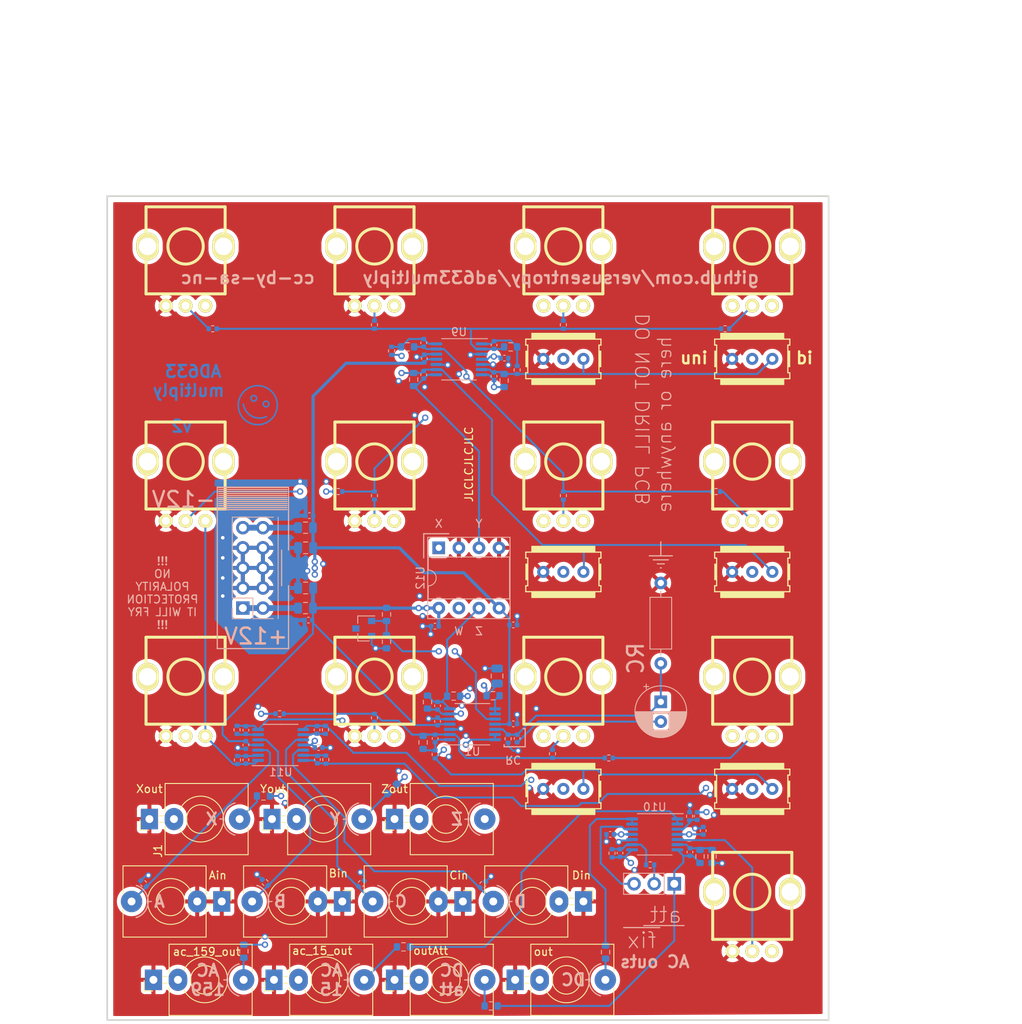
<source format=kicad_pcb>
(kicad_pcb (version 20211014) (generator pcbnew)
  (layers (0 "F.Cu" signal) (1 "In1.Cu" signal) (2 "In2.Cu" signal) (31 "B.Cu" signal) (34 "B.Paste" user) (35 "F.Paste" user) (36 "B.SilkS" user "B.Silkscreen") (37 "F.SilkS" user "F.Silkscreen") (38 "B.Mask" user) (39 "F.Mask" user) (44 "Edge.Cuts" user))
  (net 0 "")
  (net 1 "GNDA")
  (net 2 "Net-(J33-PadT)")
  (net 5 "Net-(J38-PadT)")
  (net 6 "Net-(C27-Pad1)")
  (net 7 "Net-(C18-Pad2)")
  (net 8 "Net-(C21-Pad2)")
  (net 9 "Net-(C21-Pad1)")
  (net 10 "Net-(C26-Pad2)")
  (net 11 "Net-(C17-Pad1)")
  (net 12 "outAtt")
  (net 13 "+12V")
  (net 14 "-12V")
  (net 15 "W")
  (net 16 "Net-(C18-Pad1)")
  (net 17 "Net-(C13-Pad2)")
  (net 18 "Net-(C13-Pad1)")
  (net 19 "Net-(C14-Pad2)")
  (net 20 "Net-(C14-Pad1)")
  (net 21 "Net-(C15-Pad2)")
  (net 22 "Net-(C15-Pad1)")
  (net 23 "Net-(C16-Pad2)")
  (net 24 "Net-(C16-Pad1)")
  (net 25 "Net-(C17-Pad2)")
  (net 26 "Net-(J20-PadT)")
  (net 27 "Net-(J21-PadT)")
  (net 28 "Net-(R7-Pad1)")
  (net 29 "Net-(R8-Pad1)")
  (net 30 "Net-(R11-Pad1)")
  (net 31 "Net-(R12-Pad1)")
  (net 32 "Net-(R15-Pad1)")
  (net 33 "Net-(R16-Pad1)")
  (net 34 "Net-(R18-Pad1)")
  (net 35 "Net-(R19-Pad1)")
  (net 36 "Net-(R59-Pad1)")
  (net 37 "Net-(R60-Pad1)")
  (net 38 "Net-(R63-Pad1)")
  (net 39 "Net-(R64-Pad1)")
  (net 41 "Net-(J22-PadT)")
  (net 42 "Net-(RV5-Pad1)")
  (net 43 "Net-(C23-Pad2)")
  (net 44 "Net-(RV7-Pad1)")
  (net 45 "Net-(RV8-Pad1)")
  (net 46 "Net-(RV9-Pad1)")
  (net 47 "Net-(RV10-Pad1)")
  (net 48 "Net-(RV13-Pad1)")
  (net 49 "X")
  (net 50 "Y")
  (net 51 "Z")
  (net 53 "Net-(J2-PadT)")
  (net 55 "Net-(J1-PadT)")
  (net 57 "Net-(J3-PadT)")
  (net 59 "Net-(J4-PadT)")
  (net 60 "Net-(C25-Pad2)")
  (net 61 "Net-(C25-Pad1)")
  (net 62 "Net-(J34-PadT)")
  (net 63 "Net-(J37-PadT)")
  (net 64 "Net-(R5-Pad1)")
  (net 65 "Net-(J5-Pad2)")
  (net 66 "Net-(R40-Pad1)")
  (net 67 "Net-(R79-Pad1)")
  (net 68 "Net-(U10-Pad5)")
  (net 69 "Net-(C28-Pad2)")
  (net 70 "Net-(FB1-Pad1)")
  (net 71 "Net-(FB2-Pad1)")
  (net 72 "Net-(D1-Pad1)")
  (net 73 "5Vtn")
  (net 74 "Net-(R42-Pad1)")
  (net 75 "Net-(SW1-Pad3)")
  (net 76 "Net-(SW6-Pad3)")
  (footprint "kicad_jacks:Jack_3.5mm_QingPu_WQP-PJ398SM_Vertical_CircularHolesSMALL" (layer "F.Cu") (at 90.048 158.374 -90)
    (fp_text reference "J20" hide)
    (fp_text value "Ain")
  )
  (footprint "kicad_jacks:Jack_3.5mm_QingPu_WQP-PJ398SM_Vertical_CircularHolesSMALL" (layer "F.Cu") (at 120.528 158.374 -90)
    (fp_text reference "J21" hide)
    (fp_text value "Cin")
  )
  (footprint "myKicadLib:RD901F-ALPHA-POT-T18" (layer "F.Cu") (at 85.476 102.769166)
    (fp_text reference "RV1" hide)
    (fp_text value "100kB" hide)
  )
  (footprint "myKicadLib:RD901F-ALPHA-POT-T18" (layer "F.Cu") (at 85.476 129.968332)
    (fp_text reference "RV2" hide)
    (fp_text value "100kB" hide)
  )
  (footprint "myKicadLib:RD901F-ALPHA-POT-T18" (layer "F.Cu") (at 109.352 102.769166)
    (fp_text reference "RV3" hide)
    (fp_text value "100kB" hide)
  )
  (footprint "myKicadLib:RD901F-ALPHA-POT-T18" (layer "F.Cu") (at 109.352 129.968332)
    (fp_text reference "RV4" hide)
    (fp_text value "100kB" hide)
  )
  (footprint "myKicadLib:RD901F-ALPHA-POT-T18" (layer "F.Cu") (at 133.228 102.769166)
    (fp_text reference "RV5" hide)
    (fp_text value "100kB" hide)
  )
  (footprint "myKicadLib:RD901F-ALPHA-POT-T18" (layer "F.Cu") (at 133.228 129.968332)
    (fp_text reference "RV8" hide)
    (fp_text value "100kB" hide)
  )
  (footprint "myKicadLib:RD901F-ALPHA-POT-T18" (layer "F.Cu") (at 157.104 75.57)
    (fp_text reference "RV9" hide)
    (fp_text value "100kB" hide)
  )
  (footprint "myKicadLib:RD901F-ALPHA-POT-T18" (layer "F.Cu") (at 157.104 102.769166)
    (fp_text reference "RV10" hide)
    (fp_text value "100kB" hide)
  )
  (footprint "myKicadLib:RD901F-ALPHA-POT-T18" (layer "F.Cu") (at 157.104 129.968332)
    (fp_text reference "RV13" hide)
    (fp_text value "100kB" hide)
  )
  (footprint "kicad_jacks:Jack_3.5mm_QingPu_WQP-PJ398SM_Vertical_CircularHolesSMALL" (layer "F.Cu") (at 135.768 158.374 -90)
    (fp_text reference "J33" hide)
    (fp_text value "Din")
  )
  (footprint "kicad_jacks:Jack_3.5mm_QingPu_WQP-PJ398SM_Vertical_CircularHolesSMALL" (layer "F.Cu") (at 127.132 168.28 90)
    (fp_text reference "J34" hide)
    (fp_text value "out")
  )
  (footprint "kicad_jacks:Jack_3.5mm_QingPu_WQP-PJ398SM_Vertical_CircularHolesSMALL" (layer "F.Cu") (at 111.892 168.28 90)
    (fp_text reference "J37" hide)
    (fp_text value "outAtt")
  )
  (footprint "kicad_jacks:Jack_3.5mm_QingPu_WQP-PJ398SM_Vertical_CircularHolesSMALL" (layer "F.Cu") (at 105.288 158.374 -90)
    (fp_text reference "J38" hide)
    (fp_text value "Bin")
  )
  (footprint "myKicadLib:RD901F-ALPHA-POT-T18" (layer "F.Cu") (at 157.104 157.165)
    (fp_text reference "RV6" hide)
    (fp_text value "25kB to 100kB" hide)
  )
  (footprint "myKicadLib:RD901F-ALPHA-POT-T18" (layer "F.Cu") (at 133.228 75.57)
    (fp_text reference "RV7" hide)
    (fp_text value "100kB" hide)
  )
  (footprint "myKicadLib:RD901F-ALPHA-POT-T18" (layer "F.Cu") (at 85.476 75.57)
    (fp_text reference "RV11" hide)
    (fp_text value "100kB" hide)
  )
  (footprint "myKicadLib:RD901F-ALPHA-POT-T18" (layer "F.Cu") (at 109.352 75.57)
    (fp_text reference "RV12" hide)
    (fp_text value "100kB" hide)
  )
  (footprint "kicad_jacks:Jack_3.5mm_QingPu_WQP-PJ398SM_Vertical_CircularHolesSMALL" (layer "F.Cu") (at 81.412 168.28 90)
    (fp_text reference "J22" hide)
    (fp_text value "ac_159_out")
  )
  (footprint "myKicadLib:AS1D-2M-10-Z" (layer "F.Cu") (at 133.228 89.794)
    (fp_text reference "SW1" hide)
    (fp_text value "AS1D-2M-10-Z" hide)
  )
  (footprint "myKicadLib:AS1D-2M-10-Z" (layer "F.Cu") (at 133.228 116.718)
    (fp_text reference "SW2" hide)
    (fp_text value "AS1D-2M-10-Z" hide)
  )
  (footprint "myKicadLib:AS1D-2M-10-Z" (layer "F.Cu") (at 133.228 144.15)
    (fp_text reference "SW3" hide)
    (fp_text value "AS1D-2M-10-Z" hide)
  )
  (footprint "myKicadLib:AS1D-2M-10-Z" (layer "F.Cu") (at 157.104 89.794)
    (fp_text reference "SW4" hide)
    (fp_text value "AS1D-2M-10-Z" hide)
  )
  (footprint "myKicadLib:AS1D-2M-10-Z" (layer "F.Cu") (at 157.104 116.718)
    (fp_text reference "SW5" hide)
    (fp_text value "AS1D-2M-10-Z" hide)
  )
  (footprint "myKicadLib:AS1D-2M-10-Z" (layer "F.Cu") (at 157.104 144.15)
    (fp_text reference "SW6" hide)
    (fp_text value "AS1D-2M-10-Z" hide)
  )
  (footprint "kicad_jacks:Jack_3.5mm_QingPu_WQP-PJ398SM_Vertical_CircularHolesSMALL" (layer "F.Cu") (at 96.398 147.96 90)
    (fp_text reference "J3" hide)
    (fp_text value "Yout")
  )
  (footprint "kicad_jacks:Jack_3.5mm_QingPu_WQP-PJ398SM_Vertical_CircularHolesSMALL" (layer "F.Cu") (at 111.892 147.96 90)
    (fp_text reference "J4" hide)
    (fp_text value "Zout")
  )
  (footprint "kicad_jacks:Jack_3.5mm_QingPu_WQP-PJ398SM_Vertical_CircularHolesSMALL" (layer "F.Cu") (at 80.904 147.96 90)
    (fp_text reference "J1")
    (fp_text value "Xout")
  )
  (footprint "kicad_jacks:Jack_3.5mm_QingPu_WQP-PJ398SM_Vertical_CircularHolesSMALL" (layer "F.Cu") (at 96.652 168.28 90)
    (fp_text reference "J2" hide)
    (fp_text value "ac_15_out")
  )
  (footprint "Capacitor_SMD:C_0402_1005Metric" (layer "B.Cu") (at 102.0876 136.6824 -90)
    (fp_text reference "C14" hide)
    (fp_text value "68pF")
  )
  (footprint "Capacitor_SMD:C_0402_1005Metric" (layer "B.Cu") (at 102.1384 140.4416 90)
    (fp_text reference "C15" hide)
    (fp_text value "68pF" hide)
  )
  (footprint "Capacitor_SMD:C_0402_1005Metric" (layer "B.Cu") (at 115.575 87.762 -90)
    (fp_text reference "C16" hide)
    (fp_text value "68pF" hide)
  )
  (footprint "Capacitor_SMD:C_0402_1005Metric" (layer "B.Cu") (at 117.0228 137.772 90)
    (fp_text reference "C18" hide)
    (fp_text value "68pF" hide)
  )
  (footprint "Resistor_SMD:R_0402_1005Metric" (layer "B.Cu") (at 80.162376 156.108376 -45)
    (fp_text reference "R6" hide)
    (fp_text value "100k")
  )
  (footprint "Resistor_SMD:R_0402_1005Metric" (layer "B.Cu") (at 104.78 106.558)
    (fp_text reference "R7" hide)
    (fp_text value "100k")
  )
  (footprint "Resistor_SMD:R_0402_1005Metric" (layer "B.Cu") (at 97.3632 134.6504)
    (fp_text reference "R8" hide)
    (fp_text value "100k")
  )
  (footprint "Resistor_SMD:R_0402_1005Metric" (layer "B.Cu") (at 91.9784 136.6804 -90)
    (fp_text reference "R9" hide)
    (fp_text value "100k")
  )
  (footprint "Resistor_SMD:R_0402_1005Metric" (layer "B.Cu") (at 95.529376 155.981376 -45)
    (fp_text reference "R10" hide)
    (fp_text value "100k")
  )
  (footprint "Resistor_SMD:R_0402_1005Metric" (layer "B.Cu") (at 109.352 107.064 90)
    (fp_text reference "R11" hide)
    (fp_text value "100k")
  )
  (footprint "Resistor_SMD:R_0402_1005Metric" (layer "B.Cu") (at 109.352 135.1564 90)
    (fp_text reference "R12" hide)
    (fp_text value "100k")
  )
  (footprint "Resistor_SMD:R_0402_1005Metric" (layer "B.Cu") (at 103.1544 136.6804 -90)
    (fp_text reference "R13" hide)
    (fp_text value "100k")
  )
  (footprint "Resistor_SMD:R_0402_1005Metric" (layer "B.Cu") (at 107.680624 156.108376 -135)
    (fp_text reference "R14" hide)
    (fp_text value "100k")
  )
  (footprint "Resistor_SMD:R_0402_1005Metric" (layer "B.Cu") (at 133.228 107.068 90)
    (fp_text reference "R15" hide)
    (fp_text value "100k")
  )
  (footprint "Resistor_SMD:R_0402_1005Metric" (layer "B.Cu") (at 131.8564 139.705 -90)
    (fp_text reference "R16" hide)
    (fp_text value "100k")
  )
  (footprint "Resistor_SMD:R_0402_1005Metric" (layer "B.Cu") (at 103.2052 140.4436 90)
    (fp_text reference "R17" hide)
    (fp_text value "100k")
  )
  (footprint "Resistor_SMD:R_0402_1005Metric" (layer "B.Cu") (at 152.534 106.558 180)
    (fp_text reference "R18" hide)
    (fp_text value "100k")
  )
  (footprint "Resistor_SMD:R_0402_1005Metric" (layer "B.Cu") (at 138.9704 140.2384 180)
    (fp_text reference "R19" hide)
    (fp_text value "100k")
  )
  (footprint "Resistor_SMD:R_0402_1005Metric" (layer "B.Cu") (at 123.047624 156.235376 -135)
    (fp_text reference "R20" hide)
    (fp_text value "100k")
  )
  (footprint "Capacitor_SMD:C_0805_2012Metric" (layer "B.Cu") (at 100.65 113.67)
    (fp_text reference "C2" hide)
    (fp_text value "22uF")
  )
  (footprint "Capacitor_SMD:C_0402_1005Metric" (layer "B.Cu") (at 115.6512 89.7432 90)
    (fp_text reference "C6" hide)
    (fp_text value "100n 50V X7R")
  )
  (footprint "Capacitor_SMD:C_0402_1005Metric" (layer "B.Cu") (at 150.9064 149.4332 -90)
    (fp_text reference "C7" hide)
    (fp_text value "100n 50V X7R")
  )
  (footprint "Capacitor_SMD:C_0402_1005Metric" (layer "B.Cu") (at 139.1488 149.8904 180)
    (fp_text reference "C8" hide)
    (fp_text value "100n 50V X7R")
  )
  (footprint "Capacitor_SMD:C_0402_1005Metric" (layer "B.Cu") (at 126.9008 123.4236)
    (fp_text reference "C10" hide)
    (fp_text value "100n 50V X7R")
  )
  (footprint "Capacitor_SMD:C_0402_1005Metric" (layer "B.Cu") (at 93.096 140.4644 90)
    (fp_text reference "C17" hide)
    (fp_text value "68pF")
  )
  (footprint "Capacitor_SMD:C_0402_1005Metric" (layer "B.Cu") (at 149.23 152.1256 90)
    (fp_text reference "C26" hide)
    (fp_text value "68pF")
  )
  (footprint "Resistor_SMD:R_0402_1005Metric" (layer "B.Cu") (at 133.228 85.474 -90)
    (fp_text reference "R59" hide)
    (fp_text value "100k")
  )
  (footprint "Resistor_SMD:R_0402_1005Metric" (layer "B.Cu") (at 88.907 85.984)
    (fp_text reference "R63" hide)
    (fp_text value "100k")
  )
  (footprint "Resistor_SMD:R_0603_1608Metric" (layer "B.Cu") (at 124.0962 171.582 180)
    (fp_text reference "R78" hide)
    (fp_text value "1k")
  )
  (footprint "Package_SO:TSSOP-14_4.4x5mm_P0.65mm" (layer "B.Cu") (at 120.0377 89.8448 180)
    (fp_text reference "U9")
    (fp_text value "TL074")
  )
  (footprint "Package_SO:TSSOP-14_4.4x5mm_P0.65mm" (layer "B.Cu") (at 144.7773 149.8904 180)
    (fp_text reference "U10")
    (fp_text value "TL074")
  )
  (footprint "Package_DIP:DIP-8_W7.62mm_Socket" (layer "B.Cu") (at 117.48 113.67 -90)
    (fp_text reference "U12")
    (fp_text value "AD633")
  )
  (footprint "Capacitor_SMD:C_0402_1005Metric" (layer "B.Cu") (at 140.3908 152.25 90)
    (fp_text reference "C28" hide)
    (fp_text value "68pF")
  )
  (footprint "Connector_PinHeader_2.54mm:PinHeader_1x03_P2.54mm_Vertical" (layer "B.Cu") (at 147.2488 156.1388 90)
    (fp_text reference "J5" hide)
    (fp_text value "AC outs unity att")
  )
  (footprint "Resistor_SMD:R_0603_1608Metric" (layer "B.Cu") (at 111.586363 144.15 -135)
    (fp_text reference "R2" hide)
    (fp_text value "1k")
  )
  (footprint "Resistor_SMD:R_0603_1608Metric" (layer "B.Cu") (at 119.3596 132.4152)
    (fp_text reference "R35" hide)
    (fp_text value "1k")
  )
  (footprint "Capacitor_SMD:C_0402_1005Metric" (layer "B.Cu") (at 117.3276 135.6156 -90)
    (fp_text reference "C19" hide)
    (fp_text value "100n 50V X7R")
  )
  (footprint "Capacitor_SMD:C_0402_1005Metric" (layer "B.Cu") (at 126.9008 135.9204)
    (fp_text reference "C20" hide)
    (fp_text value "100n 50V X7R")
  )
  (footprint "Capacitor_SMD:C_0402_1005Metric" (layer "B.Cu") (at 124.465 91.981 90)
    (fp_text reference "C22" hide)
    (fp_text value "68pF")
  )
  (footprint "Resistor_SMD:R_0603_1608Metric" (layer "B.Cu") (at 125.735 92.524 -90)
    (fp_text reference "R23" hide)
    (fp_text value "200k")
  )
  (footprint "Package_SO:TSSOP-14_4.4x5mm_P0.65mm" (layer "B.Cu") (at 121.7295 135.9712)
    (fp_text reference "U1")
    (fp_text value "TL074")
  )
  (footprint "Resistor_SMD:R_0603_1608Metric" (layer "B.Cu") (at 152.024 152.6844 90)
    (fp_text reference "R74" hide)
    (fp_text value "36k5")
  )
  (footprint "Resistor_SMD:R_0603_1608Metric" (layer "B.Cu") (at 150.5 152.6844 -90)
    (fp_text reference "R76" hide)
    (fp_text value "22k")
  )
  (footprint "Resistor_SMD:R_0603_1608Metric" (layer "B.Cu") (at 138.562 164.7748 -90)
    (fp_text reference "R79" hide)
    (fp_text value "1k")
  )
  (footprint "Resistor_SMD:R_0603_1608Metric" (layer "B.Cu") (at 95.318 145.039 180)
    (fp_text reference "R36" hide)
    (fp_text value "1k")
  )
  (footprint "Capacitor_SMD:C_0402_1005Metric" (layer "B.Cu") (at 115.575 91.798 90)
    (fp_text reference "C23" hide)
    (fp_text value "68pF")
  )
  (footprint "Capacitor_SMD:C_0402_1005Metric" (layer "B.Cu") (at 117.3276 133.6344 -90)
    (fp_text reference "C24" hide)
    (fp_text value "68pF")
  )
  (footprint "Resistor_SMD:R_0402_1005Metric" (layer "B.Cu") (at 111.511 88.776 90)
    (fp_text reference "R30" hide)
    (fp_text value "100k")
  )
  (footprint "Resistor_SMD:R_0402_1005Metric" (layer "B.Cu") (at 117.0228 139.7812 90)
    (fp_text reference "R31" hide)
    (fp_text value "100k")
  )
  (footprint "Resistor_SMD:R_0402_1005Metric" (layer "B.Cu") (at 127.386 91.189 90)
    (fp_text reference "R32" hide)
    (fp_text value "100k")
  )
  (footprint "Capacitor_THT:CP_Radial_D6.3mm_P2.50mm" (layer "B.Cu") (at 145.547 133.141 -90)
    (fp_text reference "C27" hide)
    (fp_text value "?nF")
  )
  (footprint "Resistor_SMD:R_0402_1005Metric" (layer "B.Cu") (at 139.3748 152.278 -90)
    (fp_text reference "R37" hide)
    (fp_text value "100k")
  )
  (footprint "Resistor_SMD:R_0402_1005Metric" (layer "B.Cu") (at 144.2008 153.7512 180)
    (fp_text reference "R38" hide)
    (fp_text value "100k")
  )
  (footprint "Resistor_SMD:R_0402_1005Metric" (layer "B.Cu") (at 149.1792 147.6044 -90)
    (fp_text reference "R39" hide)
    (fp_text value "100k")
  )
  (footprint "Resistor_SMD:R_0603_1608Metric" (layer "B.Cu") (at 92.842 164.661 -90)
    (fp_text reference "R40" hide)
    (fp_text value "1k")
  )
  (footprint "Resistor_THT:R_Axial_DIN0207_L6.3mm_D2.5mm_P10.16mm_Horizontal" (layer "B.Cu") (at 145.547 118.115 -90)
    (fp_text reference "R41" hide)
    (fp_text value "?k")
  )
  (footprint "Fuse:Fuse_0805_2012Metric" (layer "B.Cu") (at 100.6375 121.29)
    (fp_text reference "FB1" hide)
    (fp_text value "16V 150mA 0805 PTC Resettable Fuses ROHS")
  )
  (footprint "Fuse:Fuse_0805_2012Metric" (layer "B.Cu") (at 100.6375 111.13)
    (fp_text reference "FB2" hide)
    (fp_text value "16V 150mA 0805 PTC Resettable Fuses ROHS")
  )
  (footprint "myKicadLib:eurorac_power" (layer "B.Cu") (at 92.715 121.29)
    (fp_text reference "J6" hide)
    (fp_text value "POWER")
  )
  (footprint "Capacitor_SMD:C_0402_1005Metric" (layer "B.Cu") (at 150.1444 147.5816 -90)
    (fp_text reference "C25" hide)
    (fp_text value "100n 50V X7R")
  )
  (footprint "Capacitor_SMD:C_0402_1005Metric" (layer "B.Cu") (at 127.386 137.772 90)
    (fp_text reference "C29" hide)
    (fp_text value "100n 50V X7R")
  )
  (footprint "Resistor_SMD:R_0402_1005Metric" (layer "B.Cu") (at 126.243 137.802 -90)
    (fp_text reference "R3" hide)
    (fp_text value "10k")
  )
  (footprint "Capacitor_SMD:C_0805_2012Metric" (layer "B.Cu") (at 100.65 118.75 180)
    (fp_text reference "C1" hide)
    (fp_text value "22uF")
  )
  (footprint "Capacitor_SMD:C_0402_1005Metric" (layer "B.Cu") (at 93.096 138.59 90)
    (fp_text reference "C3" hide)
    (fp_text value "100n 50V X7R")
  )
  (footprint "Capacitor_SMD:C_0402_1005Metric" (layer "B.Cu") (at 102.2908 138.9176)
    (fp_text reference "C4" hide)
    (fp_text value "100n 50V X7R")
  )
  (footprint "Capacitor_SMD:C_0402_1005Metric" (layer "B.Cu") (at 125.7832 89.6924 180)
    (fp_text reference "C5" hide)
    (fp_text value "100n 50V X7R")
  )
  (footprint "Capacitor_SMD:C_0402_1005Metric" (layer "B.Cu") (at 117 123.576)
    (fp_text reference "C9" hide)
    (fp_text value "100n 50V X7R")
  )
  (footprint "Capacitor_SMD:C_0402_1005Metric" (layer "B.Cu") (at 100.998 122.814)
    (fp_text reference "C11" hide)
    (fp_text value "100n 50V X7R")
  )
  (footprint "Capacitor_SMD:C_0402_1005Metric" (layer "B.Cu") (at 101.125 109.606 180)
    (fp_text reference "C12" hide)
    (fp_text value "100n 50V X7R")
  )
  (footprint "Capacitor_SMD:C_0402_1005Metric" (layer "B.Cu") (at 124.465 88.044 -90)
    (fp_text reference "C21" hide)
    (fp_text value "68pF")
  )
  (footprint "Package_TO_SOT_SMD:SOT-23" (layer "B.Cu") (at 107.9964 123.8656 180)
    (fp_text reference "D1" hide)
    (fp_text value "LM4040C50FTA")
  )
  (footprint "Resistor_SMD:R_0603_1608Metric" (layer "B.Cu") (at 113.0218 164.1144 180)
    (fp_text reference "R5" hide)
    (fp_text value "1k")
  )
  (footprint "Resistor_SMD:R_0402_1005Metric" (layer "B.Cu") (at 92.0292 140.4944 90)
    (fp_text reference "R57" hide)
    (fp_text value "100k")
  )
  (footprint "Resistor_SMD:R_0402_1005Metric" (layer "B.Cu") (at 153.673 85.984 180)
    (fp_text reference "R60" hide)
    (fp_text value "100k")
  )
  (footprint "Resistor_SMD:R_0402_1005Metric" (layer "B.Cu") (at 109.352 85.474 -90)
    (fp_text reference "R64" hide)
    (fp_text value "100k")
  )
  (footprint "Resistor_SMD:R_0603_1608Metric" (layer "B.Cu") (at 110.876 122.0906 -90)
    (fp_text reference "R1" hide)
    (fp_text value "22k")
  )
  (footprint "Resistor_SMD:R_0603_1608Metric" (layer "B.Cu") (at 110.876 125.545 90)
    (fp_text reference "R4" hide)
    (fp_text value "36k5")
  )
  (footprint "Capacitor_SMD:C_0805_2012Metric" (layer "B.Cu") (at 124.846 129.8752 90)
    (fp_text reference "C30" hide)
    (fp_text value "22uF")
  )
  (footprint "Resistor_SMD:R_0603_1608Metric" (layer "B.Cu") (at 124.338 132.3644 180)
    (fp_text reference "R42" hide)
    (fp_text value "1k")
  )
  (footprint "Resistor_SMD:R_0603_1608Metric" (layer "B.Cu") (at 126.561 88.27)
    (fp_text reference "R21" hide)
    (fp_text value "200k")
  )
  (footprint "Resistor_SMD:R_0603_1608Metric" (layer "B.Cu") (at 115.4988 138.2694 -90)
    (fp_text reference "R33" hide)
    (fp_text value "200k")
  )
  (footprint "Resistor_SMD:R_0603_1608Metric" (layer "B.Cu") (at 114.305 92.397 -90)
    (fp_text reference "R34" hide)
    (fp_text value "200k")
  )
  (footprint "Resistor_SMD:R_0603_1608Metric" (layer "B.Cu") (at 116.0576 133.165 90)
    (fp_text reference "R43" hide)
    (fp_text value "200k")
  )
  (footprint "Package_SO:TSSOP-14_4.4x5mm_P0.65mm" (layer "B.Cu") (at 97.4979 138.5932)
    (fp_text reference "U11")
    (fp_text value "TL074")
  )
  (footprint "Capacitor_SMD:C_0402_1005Metric" (layer "B.Cu") (at 93.096 136.7104 -90)
    (fp_text reference "C13" hide)
    (fp_text value "68pF")
  )
  (footprint "Resistor_SMD:R_0603_1608Metric" (layer "B.Cu") (at 113.543 88.27 180)
    (fp_text reference "R22" hide)
    (fp_text value "200k")
  )
  (gr_circle (center 95.645351 95.489621) (end 95.286141 95.489621) (layer "B.Cu") (width 0.2) (fill none))
  (gr_arc (start 95.69 97.08) (mid 93.839348 97.026991) (end 92.778 95.51) (layer "B.Cu") (width 0.2))
  (gr_circle (center 94.095951 94.778421) (end 93.736741 94.778421) (layer "B.Cu") (width 0.2) (fill none))
  (gr_circle (center 94.600166 95.642021) (end 92.133734 95.642021) (layer "B.Cu") (width 0.2) (fill none))
  (gr_arc (start 124.846 156.342) (mid 126.339832 158.391917) (end 124.811706 160.416399) (layer "B.SilkS") (width 0.15))
  (gr_line (start 111.261126 158.391917) (end 111.672294 158.373999) (layer "B.SilkS") (width 0.15))
  (gr_line (start 105.923 168.28) (end 105.511832 168.297918) (layer "B.SilkS") (width 0.15))
  (gr_line (start 121.163 168.28) (end 120.751832 168.297918) (layer "B.SilkS") (width 0.15))
  (gr_line (start 145.1025 115.702) (end 145.9915 115.702) (layer "B.SilkS") (width 0.15))
  (gr_line (start 128.402 138.816) (end 125.735 138.816) (layer "B.SilkS") (width 0.15))
  (gr_line (start 144.5945 115.194) (end 146.4995 115.194) (layer "B.SilkS") (width 0.15))
  (gr_line (start 145.547 112.908) (end 145.547 114.686) (layer "B.SilkS") (width 0.15))
  (gr_arc (start 107.289832 150.009917) (mid 105.796 147.96) (end 107.324126 145.935518) (layer "B.SilkS") (width 0.15))
  (gr_line (start 144.0865 114.686) (end 147.0075 114.686) (layer "B.SilkS") (width 0.15))
  (gr_arc (start 107.416832 170.329917) (mid 105.923 168.28) (end 107.451126 166.255518) (layer "B.SilkS") (width 0.15))
  (gr_line (start 95.986832 158.391918) (end 96.398 158.374) (layer "B.SilkS") (width 0.15))
  (gr_line (start 140.848 161.676) (end 145.42 161.676) (layer "B.SilkS") (width 0.15))
  (gr_line (start 115.575 111.892) (end 118.75 111.892) (layer "B.SilkS") (width 0.15))
  (gr_line (start 90.713168 168.28) (end 90.302 168.297918) (layer "B.SilkS") (width 0.15))
  (gr_arc (start 92.207 170.329917) (mid 90.713168 168.28) (end 92.241294 166.255518) (layer "B.SilkS") (width 0.15))
  (gr_arc (start 91.699 149.991999) (mid 90.205168 147.942082) (end 91.733294 145.9176) (layer "B.SilkS") (width 0.15))
  (gr_line (start 90.205168 147.942082) (end 89.794 147.96) (layer "B.SilkS") (width 0.15))
  (gr_line (start 145.4835 116.21) (end 145.6105 116.21) (layer "B.SilkS") (width 0.15))
  (gr_arc (start 122.656832 170.329917) (mid 121.163 168.28) (end 122.691126 166.255518) (layer "B.SilkS") (width 0.15))
  (gr_arc (start 137.927 170.311999) (mid 136.433168 168.262082) (end 137.961294 166.2376) (layer "B.SilkS") (width 0.15))
  (gr_line (start 115.575 114.94) (end 115.575 111.892) (layer "B.SilkS") (width 0.15))
  (gr_line (start 126.339832 158.391917) (end 126.751 158.373999) (layer "B.SilkS") (width 0.15))
  (gr_line (start 136.433168 168.262082) (end 136.022 168.28) (layer "B.SilkS") (width 0.15))
  (gr_arc (start 109.767294 156.342) (mid 111.261126 158.391917) (end 109.733 160.416399) (layer "B.SilkS") (width 0.15))
  (gr_line (start 128.402 136.53) (end 128.402 138.816) (layer "B.SilkS") (width 0.15))
  (gr_arc (start 94.493 156.342001) (mid 95.986832 158.391918) (end 94.458706 160.4164) (layer "B.SilkS") (width 0.15))
  (gr_arc (start 79.253 156.342001) (mid 80.746832 158.391918) (end 79.218706 160.4164) (layer "B.SilkS") (width 0.15))
  (gr_arc (start 122.687 150.009917) (mid 121.193168 147.96) (end 122.721294 145.935518) (layer "B.SilkS") (width 0.15))
  (gr_line (start 80.746832 158.391918) (end 81.158 158.374) (layer "B.SilkS") (width 0.15))
  (gr_line (start 125.735 138.816) (end 125.735 138.562) (layer "B.SilkS") (width 0.15))
  (gr_line (start 105.796 147.96) (end 105.384832 147.977918) (layer "B.SilkS") (width 0.15))
  (gr_line (start 128.148 136.53) (end 128.402 136.53) (layer "B.SilkS") (width 0.15))
  (gr_line (start 121.193168 147.96) (end 120.782 147.977918) (layer "B.SilkS") (width 0.15))
  (gr_line (start 143.388 161.422) (end 148.468 161.422) (layer "B.SilkS") (width 0.15))
  (gr_line (start 166.756 69.22) (end 166.756 173.36) (layer "Edge.Cuts") (width 0.2))
  (gr_line (start 75.57 173.36) (end 75.57 69.22) (layer "Edge.Cuts") (width 0.2))
  (gr_line (start 75.57 69.22) (end 166.756 69.22) (layer "Edge.Cuts") (width 0.2))
  (gr_line (start 166.756 173.36) (end 75.57 173.36) (layer "Edge.Cuts") (width 0.2))
  (gr_text "AD633 \nmultiply" (at 85.857 92.588) (layer "B.Cu") (effects (font (size 1.5 1.5) (thickness 0.3)) (justify mirror)))
  (gr_text "v2" (at 84.968 98.303) (layer "B.Cu") (effects (font (size 1.5 1.5) (thickness 0.3)) (justify mirror)))
  (gr_text "!!!\nNO\nPOLARITY\nPROTECTION\nIT WILL FRY\n!!!" (at 82.555 119.385) (layer "B.SilkS") (effects (font (size 1 1)) (justify mirror)))
  (gr_text "att  \n  fix" (at 144.658 161.676) (layer "B.SilkS") (effects (font (size 2 2)) (justify mirror)))
  (gr_text "B" (at 97.414 158.374) (layer "B.SilkS") (effects (font (size 1.5 1.5) (thickness 0.3)) (justify mirror)))
  (gr_text "W" (at 120.02 124.211) (layer "B.SilkS") (effects (font (size 1 1)) (justify mirror)))
  (gr_text "Y" (at 122.56 110.622) (layer "B.SilkS") (effects (font (size 1 1)) (justify mirror)))
  (gr_text "C" (at 112.688294 158.373999) (layer "B.SilkS") (effects (font (size 1.5 1.5) (thickness 0.3)) (justify mirror)))
  (gr_text "AC\n15" (at 103.891 168.297918) (layer "B.SilkS") (effects (font (size 1.5 1.5) (thickness 0.3)) (justify mirror)))
  (gr_text "AC outs" (at 144.785 165.994) (layer "B.SilkS") (effects (font (size 1.5 1.5) (thickness 0.3)) (justify mirror)))
  (gr_text "RC" (at 126.878 140.467 180) (layer "B.SilkS") (effects (font (size 1 1)) (justify mirror)))
  (gr_text "Z" (at 119.766 147.977918) (layer "B.SilkS") (effects (font (size 1.5 1.5) (thickness 0.3)) (justify mirror)))
  (gr_text "RC" (at 142.372 127.64 90) (layer "B.SilkS") (effects (font (size 2 2) (thickness 0.3)) (justify mirror)))
  (gr_text "X" (at 117.48 110.622) (layer "B.SilkS") (effects (font (size 1 1)) (justify mirror)))
  (gr_text "X" (at 88.778 147.96) (layer "B.SilkS") (effects (font (size 1.5 1.5) (thickness 0.3)) (justify mirror)))
  (gr_text "D" (at 127.767 158.373999) (layer "B.SilkS") (effects (font (size 1.5 1.5) (thickness 0.3)) (justify mirror)))
  (gr_text "AC\n159" (at 88.27 168.297918) (layer "B.SilkS") (effects (font (size 1.5 1.5) (thickness 0.3)) (justify mirror)))
  (gr_text "A" (at 82.174 158.374) (layer "B.SilkS") (effects (font (size 1.5 1.5) (thickness 0.3)) (justify mirror)))
  (gr_text "github.com/versusentropy/ad633multiply     cc-by-sa-nc" (at 121.4 79.53) (layer "B.SilkS") (effects (font (size 1.5 1.6) (thickness 0.3)) (justify mirror)))
  (gr_text "Z" (at 122.56 124.211) (layer "B.SilkS") (effects (font (size 1 1)) (justify mirror)))
  (gr_text "DC" (at 134.498 168.28) (layer "B.SilkS") (effects (font (size 1.5 1.5) (thickness 0.3)) (justify mirror)))
  (gr_text "Y" (at 104.368832 147.977918) (layer "B.SilkS") (effects (font (size 1.5 1.5) (thickness 0.3)) (justify mirror)))
  (gr_text "DC\natt" (at 119.131 168.297918) (layer "B.SilkS") (effects (font (size 1.5 1.5) (thickness 0.3)) (justify mirror)))
  (gr_text "DO NOT DRILL PCB\n   here or anywhere" (at 144.658 96.144 90) (layer "B.SilkS") (effects (font (size 1.7 1.7)) (justify mirror)))
  (gr_text "bi" (at 163.708 89.667) (layer "F.SilkS") (effects (font (size 1.5 1.5) (thickness 0.3))))
  (gr_text "uni" (at 149.738 89.667) (layer "F.SilkS") (effects (font (size 1.5 1.5) (thickness 0.3))))
  (gr_text "JLCLCJLCJLC" (at 121.29 103.129 90) (layer "F.SilkS") (effects (font (size 1 1))))
  (via (at 140.2384 150.8556) (size 0.8) (drill 0.45) (layers "F.Cu" "B.Cu") (net 1))
  (via (at 126.2684 90.556) (size 0.8) (drill 0.45) (layers "F.Cu" "B.Cu") (net 1))
  (via (at 121.4932 89.286) (size 0.8) (drill 0.45) (layers "F.Cu" "B.Cu") (net 1))
  (via (at 149.8904 149.1284) (size 0.8) (drill 0.45) (layers "F.Cu" "B.Cu") (net 1))
  (via (at 142.2196 154.4116) (size 0.8) (drill 0.45) (layers "F.Cu" "B.Cu") (net 1))
  (via (at 99.954 105.288) (size 0.8) (drill 0.45) (layers "F.Cu" "B.Cu") (net 1))
  (via (at 112.4 92.588) (size 0.8) (drill 0.45) (layers "F.Cu" "B.Cu") (net 1))
  (via (at 115.702 93.35) (size 0.8) (drill 0.45) (layers "F.Cu" "B.Cu") (net 1))
  (via (at 80.777 155.072) (size 0.8) (drill 0.45) (layers "F.Cu" "B.Cu") (net 1))
  (via (at 94.62 133.736) (size 0.8) (drill 0.45) (layers "F.Cu" "B.Cu") (net 1))
  (via (at 103.764 138.943) (size 0.8) (drill 0.45) (layers "F.Cu" "B.Cu") (net 1))
  (via (at 115.067 119.766) (size 0.8) (drill 0.45) (layers "F.Cu" "B.Cu") (net 1))
  (via (at 138.6688 150.7996) (size 0.8) (drill 0.45) (layers "F.Cu" "B.Cu") (net 1))
  (via (at 151.77 144.912) (size 0.8) (drill 0.45) (layers "F.Cu" "B.Cu") (net 1))
  (via (at 129.799 133.99) (size 0.8) (drill 0.45) (layers "F.Cu" "B.Cu") (net 1))
  (via (at 92.08 138.943) (size 0.8) (drill 0.45) (layers "F.Cu" "B.Cu") (net 1))
  (via (at 120.401 133.609) (size 0.8) (drill 0.45) (layers "F.Cu" "B.Cu") (net 1))
  (via (at 114.686 89.54) (size 0.8) (drill 0.45) (layers "F.Cu" "B.Cu") (net 1))
  (via (at 118.75 140.086) (size 0.8) (drill 0.45) (layers "F.Cu" "B.Cu") (net 1))
  (via (at 124.084 155.199) (size 0.8) (drill 0.45) (layers "F.Cu" "B.Cu") (net 1))
  (via (at 121.417 131.45) (size 0.8) (drill 0.45) (layers "F.Cu" "B.Cu") (net 1))
  (via (at 123.322 128.91) (size 0.8) (drill 0.45) (layers "F.Cu" "B.Cu") (net 1))
  (via (at 118.623 90.556) (size 0.8) (drill 0.45) (layers "F.Cu" "B.Cu") (net 1))
  (via (at 124.338 90.5052) (size 0.8) (drill 0.45) (layers "F.Cu" "B.Cu") (net 1))
  (via (at 120.274 136.53) (size 0.8) (drill 0.45) (layers "F.Cu" "B.Cu") (net 1))
  (via (at 98.049 145.928) (size 0.8) (drill 0.45) (layers "F.Cu" "B.Cu") (net 1))
  (via (at 95.509 162.819) (size 0.8) (drill 0.45) (layers "F.Cu" "B.Cu") (net 1))
  (via (at 114.432 96.906) (size 0.8) (drill 0.45) (layers "F.Cu" "B.Cu") (net 1))
  (via (at 103.256 105.288) (size 0.8) (drill 0.45) (layers "F.Cu" "B.Cu") (net 1))
  (via (at 116.21 135.26) (size 0.8) (drill 0.45) (layers "F.Cu" "B.Cu") (net 1))
  (via (at 94.493 154.945) (size 0.8) (drill 0.45) (layers "F.Cu" "B.Cu") (net 1))
  (via (at 90.175 114.94) (size 0.8) (drill 0.45) (layers "F.Cu" "B.Cu") (net 1))
  (via (at 120.909 137.419) (size 0.8) (drill 0.45) (layers "F.Cu" "B.Cu") (net 1))
  (via (at 112.4 141.864) (size 0.8) (drill 0.45) (layers "F.Cu" "B.Cu") (net 1))
  (via (at 90.175 117.48) (size 0.8) (drill 0.45) (layers "F.Cu" "B.Cu") (net 1))
  (via (at 107.574 154.691) (size 0.8) (drill 0.45) (layers "F.Cu" "B.Cu") (net 1))
  (via (at 90.175 119.766) (size 0.8) (drill 0.45) (layers "F.Cu" "B.Cu") (net 1))
  (via (at 127.386 122.306) (size 0.8) (drill 0.45) (layers "F.Cu" "B.Cu") (net 1))
  (via (at 149.23 146.182) (size 0.8) (drill 0.45) (layers "F.Cu" "B.Cu") (net 1))
  (via (at 100.843 116.591) (size 0.8) (drill 0.45) (layers "F.Cu" "B.Cu") (net 1))
  (via (at 115.448 122.306) (size 0.8) (drill 0.45) (layers "F.Cu" "B.Cu") (net 1))
  (via (at 116.464 124.592) (size 0.8) (drill 0.45) (layers "F.Cu" "B.Cu") (net 1))
  (via (at 128.91 144.023) (size 0.8) (drill 0.45) (layers "F.Cu" "B.Cu") (net 1))
  (via (at 127.386 134.752) (size 0.8) (drill 0.45) (layers "F.Cu" "B.Cu") (net 1))
  (via (at 120.02 91.699) (size 0.8) (drill 0.45) (layers "F.Cu" "B.Cu") (net 1))
  (via (at 152.278 147.452) (size 0.8) (drill 0.45) (layers "F.Cu" "B.Cu") (net 1))
  (via (at 127.513 139.324) (size 0.8) (drill 0.45) (layers "F.Cu" "B.Cu") (net 1))
  (via (at 90.175 112.4) (size 0.8) (drill 0.45) (layers "F.Cu" "B.Cu") (net 1))
  (via (at 102.875 115.702) (size 0.8) (drill 0.45) (layers "F.Cu" "B.Cu") (net 1))
  (via (at 109.5044 126.37) (size 0.8) (drill 0.45) (layers "F.Cu" "B.Cu") (net 1))
  (via (at 153.294 153.548) (size 0.8) (drill 0.45) (layers "F.Cu" "B.Cu") (net 1))
  (via (at 115.448 123.576) (size 0.8) (drill 0.45) (layers "F.Cu" "B.Cu") (net 1))
  (segment (start 109.5044 126.37) (end 110.876 126.37) (width 0.25) (layer "B.Cu") (net 1))
  (segment (start 117.2032 135.26) (end 117.3276 135.1356) (width 0.25) (layer "B.Cu") (net 1))
  (segment (start 123.322 128.91) (end 124.8308 128.91) (width 0.25) (layer "B.Cu") (net 1))
  (segment (start 95.168752 155.620752) (end 94.493 154.945) (width 0.25) (layer "B.Cu") (net 1))
  (segment (start 80.777 155.072) (end 80.477504 155.072) (width 0.25) (layer "B.Cu") (net 1))
  (segment (start 127.386 135.9152) (end 127.3808 135.9204) (width 0.25) (layer "B.Cu") (net 1))
  (segment (start 123.408248 155.874752) (end 124.084 155.199) (width 0.25) (layer "B.Cu") (net 1))
  (segment (start 117.1752 89.1948) (end 115.7196 89.1948) (width 0.25) (layer "B.Cu") (net 1))
  (segment (start 108.9964 125.862) (end 109.5044 126.37) (width 0.25) (layer "B.Cu") (net 1))
  (segment (start 118.867 136.6212) (end 120.1828 136.6212) (width 0.25) (layer "B.Cu") (net 1))
  (segment (start 117.5132 135.3212) (end 117.3276 135.1356) (width 0.25) (layer "B.Cu") (net 1))
  (segment (start 122.9002 89.1948) (end 121.5844 89.1948) (width 0.25) (layer "B.Cu") (net 1))
  (segment (start 93.096 139.07) (end 92.207 139.07) (width 0.25) (layer "B.Cu") (net 1))
  (segment (start 127.386 122.306) (end 127.386 123.4184) (width 0.25) (layer "B.Cu") (net 1))
  (segment (start 126.2632 90.5508) (end 126.2684 90.556) (width 0.25) (layer "B.Cu") (net 1))
  (segment (start 149.1792 147.0944) (end 149.1792 146.2328) (width 0.25) (layer "B.Cu") (net 1))
  (segment (start 127.386 134.752) (end 127.386 135.9152) (width 0.25) (layer "B.Cu") (net 1))
  (segment (start 121.5844 89.1948) (end 121.4932 89.286) (width 0.25) (layer "B.Cu") (net 1))
  (segment (start 127.386 123.4184) (end 127.3808 123.4236) (width 0.25) (layer "B.Cu") (net 1))
  (segment (start 116.52 123.576) (end 115.448 123.576) (width 0.25) (layer "B.Cu") (net 1))
  (segment (start 120.1828 136.6212) (end 120.274 136.53) (width 0.25) (layer "B.Cu") (net 1))
  (segment (start 149.1792 146.2328) (end 149.23 146.182) (width 0.25) (layer "B.Cu") (net 1))
  (segment (start 141.722 150.5404) (end 141.59701 150.66539) (width 0.25) (layer "B.Cu") (net 1))
  (segment (start 124.8308 128.91) (end 124.846 128.9252) (width 0.25) (layer "B.Cu") (net 1))
  (segment (start 126.243 138.689) (end 126.878 139.324) (width 0.25) (layer "B.Cu") (net 1))
  (segment (start 108.041248 155.747752) (end 108.041248 155.158248) (width 0.25) (layer "B.Cu") (net 1))
  (segment (start 108.041248 155.158248) (end 107.574 154.691) (width 0.25) (layer "B.Cu") (net 1))
  (segment (start 138.6688 149.8904) (end 138.6688 150.7996) (width 0.25) (layer "B.Cu") (net 1))
  (segment (start 126.878 139.324) (end 127.513 139.324) (width 0.25) (layer "B.Cu") (net 1))
  (segment (start 117.2364 90.556) (end 117.1752 90.4948) (width 0.25) (layer "B.Cu") (net 1))
  (segment (start 153.2554 153.5094) (end 153.294 153.548) (width 0.25) (layer "B.Cu") (net 1))
  (segment (start 115.3744 89.54) (end 115.6512 89.2632) (width 0.25) (layer "B.Cu") (net 1))
  (segment (start 140.2384 150.8556) (end 140.2892 150.8556) (width 0.25) (layer "B.Cu") (net 1))
  (segment (start 149.8904 149.1284) (end 150.7312 149.1284) (width 0.25) (layer "B.Cu") (net 1))
  (segment (start 102.7708 138.9176) (end 103.6624 138.9176) (width 0.25) (layer "B.Cu") (net 1))
  (segment (start 92.207 139.07) (end 92.08 138.943) (width 0.25) (layer "B.Cu") (net 1))
  (segment (start 80.477504 155.072) (end 79.801752 155.747752) (width 0.25) (layer "B.Cu") (net 1))
  (segment (start 141.9148 150.5404) (end 141.722 150.5404) (width 0.25) (layer "B.Cu") (net 1))
  (segment (start 115.7196 89.1948) (end 115.6512 89.2632) (width 0.25) (layer "B.Cu") (net 1))
  (segment (start 108.9964 124.8156) (end 108.9964 125.862) (width 0.25) (layer "B.Cu") (net 1))
  (segment (start 126.2632 89.6924) (end 126.2632 90.5508) (width 0.25) (layer "B.Cu") (net 1))
  (segment (start 122.9002 90.4948) (end 124.2768 90.4948) (width 0.25) (layer "B.Cu") (net 1))
  (segment (start 118.867 135.3212) (end 117.5132 135.3212) (width 0.25) (layer "B.Cu") (net 1))
  (segment (start 118.623 90.556) (end 117.2364 90.556) (width 0.25) (layer "B.Cu") (net 1))
  (segment (start 126.243 138.312) (end 126.243 138.689) (width 0.25) (layer "B.Cu") (net 1))
  (segment (start 116.464 124.592) (end 116.464 123.632) (width 0.25) (layer "B.Cu") (net 1))
  (segment (start 116.464 123.632) (end 116.52 123.576) (width 0.25) (layer "B.Cu") (net 1))
  (segment (start 150.7312 149.1284) (end 150.9064 148.9532) (width 0.25) (layer "B.Cu") (net 1))
  (segment (start 114.686 89.54) (end 115.3744 89.54) (width 0.25) (layer "B.Cu") (net 1))
  (segment (start 152.024 153.5094) (end 153.2554 153.5094) (width 0.25) (layer "B.Cu") (net 1))
  (segment (start 141.59701 150.66539) (end 140.47941 150.66539) (width 0.25) (layer "B.Cu") (net 1))
  (segment (start 140.2892 150.8556) (end 140.47941 150.66539) (width 0.25) (layer "B.Cu") (net 1))
  (segment (start 116.21 135.26) (end 117.2032 135.26) (width 0.25) (layer "B.Cu") (net 1))
  (segment (start 124.368 158.374) (end 120.558 154.564) (width 0.25) (layer "B.Cu") (net 2))
  (segment (start 99.083739 139.832) (end 99.672539 139.2432) (width 0.25) (layer "B.Cu") (net 2))
  (segment (start 99.065 141.229) (end 99.065 139.832) (width 0.25) (layer "B.Cu") (net 2))
  (segment (start 99.672539 139.2432) (end 100.3604 139.2432) (width 0.25) (layer "B.Cu") (net 2))
  (segment (start 120.558 154.564) (end 109.352 154.564) (width 0.25) (layer "B.Cu") (net 2))
  (segment (start 99.065 139.832) (end 99.083739 139.832) (width 0.25) (layer "B.Cu") (net 2))
  (segment (start 109.352 154.564) (end 105.542 150.754) (width 0.25) (layer "B.Cu") (net 2))
  (segment (start 105.542 147.706) (end 105.542 147.833) (width 0.25) (layer "B.Cu") (net 2))
  (segment (start 99.065 141.229) (end 105.542 147.706) (width 0.25) (layer "B.Cu") (net 2))
  (segment (start 105.542 150.754) (end 105.542 147.833) (width 0.25) (layer "B.Cu") (net 2))
  (segment (start 101.224 151.038) (end 93.888 158.374) (width 0.25) (layer "B.Cu") (net 5))
  (segment (start 97.16 139.451) (end 97.16 142.626) (width 0.25) (layer "B.Cu") (net 5))
  (segment (start 97.16 142.626) (end 101.224 146.69) (width 0.25) (layer "B.Cu") (net 5))
  (segment (start 95.6522 137.9432) (end 97.16 139.451) (width 0.25) (layer "B.Cu") (net 5))
  (segment (start 94.6354 137.9432) (end 95.6522 137.9432) (width 0.25) (layer "B.Cu") (net 5))
  (segment (start 101.224 146.69) (end 101.224 151.038) (width 0.25) (layer "B.Cu") (net 5))
  (segment (start 143.809 134.879) (end 145.547 133.141) (width 0.25) (layer "B.Cu") (net 6))
  (segment (start 127.386 137.292) (end 129.799 134.879) (width 0.25) (layer "B.Cu") (net 6))
  (segment (start 126.243 137.292) (end 127.386 137.292) (width 0.25) (layer "B.Cu") (net 6))
  (segment (start 129.799 134.879) (end 143.809 134.879) (width 0.25) (layer "B.Cu") (net 6))
  (segment (start 124.592 136.6212) (end 125.5722 136.6212) (width 0.25) (layer "B.Cu") (net 6))
  (segment (start 145.547 133.141) (end 145.547 128.275) (width 0.25) (layer "B.Cu") (net 6))
  (segment (start 125.5722 136.6212) (end 126.243 137.292) (width 0.25) (layer "B.Cu") (net 6))
  (segment (start 120.052179 139.356179) (end 120.052179 137.767821) (width 0.25) (layer "B.Cu") (net 7))
  (segment (start 120.9364 140.2404) (end 120.052179 139.356179) (width 0.25) (layer "B.Cu") (net 7))
  (segment (start 138.4604 140.2384) (end 138.4584 140.2404) (width 0.25) (layer "B.Cu") (net 7))
  (segment (start 120.052179 137.767821) (end 119.555558 137.2712) (width 0.25) (layer "B.Cu") (net 7))
  (segment (start 109.4028 134.6464) (end 97.92 134.6464) (width 0.25) (layer "B.Cu") (net 7))
  (segment (start 110.2704 135.514) (end 109.4028 134.6464) (width 0.25) (layer "B.Cu") (net 7))
  (segment (start 118.867 137.2712) (end 115.672 137.2712) (width 0.25) (layer "B.Cu") (net 7))
  (segment (start 119.555558 137.2712) (end 118.867 137.2712) (width 0.25) (layer "B.Cu") (net 7))
  (segment (start 117.0228 137.292) (end 114.1272 137.292) (width 0.25) (layer "B.Cu") (net 7))
  (segment (start 138.4584 140.2404) (end 120.9364 140.2404) (width 0.25) (layer "B.Cu") (net 7))
  (segment (start 112.3492 135.514) (end 110.2704 135.514) (width 0.25) (layer "B.Cu") (net 7))
  (segment (start 114.1272 137.292) (end 112.3492 135.514) (width 0.25) (layer "B.Cu") (net 7))
  (segment (start 125.4612 88.5448) (end 125.736 88.27) (width 0.25) (layer "B.Cu") (net 8))
  (segment (start 122.9002 88.5448) (end 125.4612 88.5448) (width 0.25) (layer "B.Cu") (net 8))
  (segment (start 89.417 85.984) (end 109.352 85.984) (width 0.25) (layer "B.Cu") (net 8))
  (segment (start 122.9002 88.5448) (end 122.212339 88.5448) (width 0.25) (layer "B.Cu") (net 8))
  (segment (start 121.544 85.984) (end 109.352 85.984) (width 0.25) (layer "B.Cu") (net 8))
  (segment (start 122.212339 88.5448) (end 121.544 87.876461) (width 0.25) (layer "B.Cu") (net 8))
  (segment (start 121.544 87.876461) (end 121.544 85.984) (width 0.25) (layer "B.Cu") (net 8))
  (segment (start 153.163 85.984) (end 133.228 85.984) (width 0.25) (layer "B.Cu") (net 8))
  (segment (start 133.228 85.984) (end 127.894 85.984) (width 0.25) (layer "B.Cu") (net 8))
  (segment (start 127.894 85.984) (end 121.544 85.984) (width 0.25) (layer "B.Cu") (net 8))
  (segment (start 122.9002 87.8948) (end 124.1342 87.8948) (width 0.25) (layer "B.Cu") (net 9))
  (segment (start 127.386 88.27) (end 126.58648 87.47048) (width 0.25) (layer "B.Cu") (net 9))
  (segment (start 126.58648 87.47048) (end 124.55852 87.47048) (width 0.25) (layer "B.Cu") (net 9))
  (segment (start 124.1342 87.8948) (end 124.465 87.564) (width 0.25) (layer "B.Cu") (net 9))
  (segment (start 127.386 88.27) (end 127.386 90.679) (width 0.25) (layer "B.Cu") (net 9))
  (segment (start 124.55852 87.47048) (end 124.465 87.564) (width 0.25) (layer "B.Cu") (net 9))
  (segment (start 150.5 151.8594) (end 150.5 151.7244) (width 0.25) (layer "B.Cu") (net 10))
  (segment (start 150.5 151.7244) (end 150.4212 151.6456) (width 0.25) (layer "B.Cu") (net 10))
  (segment (start 147.6398 151.1904) (end 148.7748 151.1904) (width 0.25) (layer "B.Cu") (net 10))
  (segment (start 148.7748 151.1904) (end 149.23 151.6456) (width 0.25) (layer "B.Cu") (net 10))
  (segment (start 150.4212 151.6456) (end 151.8102 151.6456) (width 0.25) (layer "B.Cu") (net 10))
  (segment (start 151.8102 151.6456) (end 152.024 151.8594) (width 0.25) (layer "B.Cu") (net 10))
  (segment (start 149.23 151.6456) (end 150.4212 151.6456) (width 0.25) (layer "B.Cu") (net 10))
  (segment (start 93.096 140.9444) (end 94.2342 140.9444) (width 0.25) (layer "B.Cu") (net 11))
  (segment (start 91.512068 141.0044) (end 92.0292 141.0044) (width 0.25) (layer "B.Cu") (net 11))
  (segment (start 92.0292 141.0044) (end 93.036 141.0044) (width 0.25) (layer "B.Cu") (net 11))
  (segment (start 87.976 137.468332) (end 87.976 110.269166) (width 0.25) (layer "B.Cu") (net 11))
  (segment (start 93.036 141.0044) (end 93.096 140.9444) (width 0.25) (layer "B.Cu") (net 11))
  (segment (start 94.2342 140.9444) (end 94.6354 140.5432) (width 0.25) (layer "B.Cu") (net 11))
  (segment (start 87.976 137.468332) (end 91.512068 141.0044) (width 0.25) (layer "B.Cu") (net 11))
  (segment (start 139.0192 171.582) (end 126.6748 171.582) (width 0.25) (layer "B.Cu") (net 12))
  (segment (start 148.405 152.6056) (end 149.23 152.6056) (width 0.25) (layer "B.Cu") (net 12))
  (segment (start 147.2488 163.3524) (end 139.0192 171.582) (width 0.25) (layer "B.Cu") (net 12))
  (segment (start 148.405 153.4306) (end 147.2488 154.5868) (width 0.25) (layer "B.Cu") (net 12))
  (segment (start 147.6398 151.8404) (end 148.405 152.6056) (width 0.25) (layer "B.Cu") (net 12))
  (segment (start 148.405 152.6056) (end 148.405 153.4306) (width 0.25) (layer "B.Cu") (net 12))
  (segment (start 126.6748 171.582) (end 124.9212 171.582) (width 0.25) (layer "B.Cu") (net 12))
  (segment (start 149.23 152.6056) (end 149.5962 152.6056) (width 0.25) (layer "B.Cu") (net 12))
  (segment (start 147.2488 156.1388) (end 147.2488 154.5868) (width 0.25) (layer "B.Cu") (net 12))
  (segment (start 149.5962 152.6056) (end 150.5 153.5094) (width 0.25) (layer "B.Cu") (net 12))
  (segment (start 147.2488 156.1388) (end 147.2488 163.3524) (width 0.25) (layer "B.Cu") (net 12))
  (via (at 114.94 121.29) (size 0.8) (drill 0.45) (layers "F.Cu" "B.Cu") (net 13))
  (via (at 149.1284 149.8904) (size 0.8) (drill 0.45) (layers "F.Cu" "B.Cu") (net 13))
  (via (at 115.956 121.29) (size 0.8) (drill 0.45) (layers "F.Cu" "B.Cu") (net 13))
  (via (at 124.4396 89.4892) (size 0.8) (drill 0.45) (layers "F.Cu" "B.Cu") (net 13))
  (segment (start 115.956 121.29) (end 117.48 121.29) (width 0.4) (layer "B.Cu") (net 13))
  (segment (start 123.9933 89.4892) (end 124.4396 89.4892) (width 0.25) (layer "B.Cu") (net 13))
  (segment (start 118.867 135.9712) (end 117.4292 135.9712) (width 0.25) (layer "B.Cu") (net 13))
  (segment (start 93.10293 138.11) (end 93.096 138.11) (width 0.25) (layer "B.Cu") (net 13))
  (segment (start 101.575 118.775) (end 101.6 118.75) (width 0.25) (layer "B.Cu") (net 13))
  (segment (start 147.6398 149.8904) (end 150.8836 149.8904) (width 0.25) (layer "B.Cu") (net 13))
  (segment (start 123.588758 89.8448) (end 122.9002 89.8448) (width 0.25) (layer "B.Cu") (net 13))
  (segment (start 101.575 121.29) (end 115.956 121.29) (width 0.4) (layer "B.Cu") (net 13))
  (segment (start 124.4396 89.4892) (end 125.1 89.4892) (width 0.25) (layer "B.Cu") (net 13))
  (segment (start 94.6354 138.5932) (end 93.58613 138.5932) (width 0.25) (layer "B.Cu") (net 13))
  (segment (start 93.58613 138.5932) (end 93.10293 138.11) (width 0.25) (layer "B.Cu") (net 13))
  (segment (start 117.4292 135.9712) (end 117.3276 136.0728) (width 0.25) (layer "B.Cu") (net 13))
  (segment (start 101.575 121.29) (end 101.575 118.775) (width 0.5) (layer "B.Cu") (net 13))
  (segment (start 123.6377 89.8448) (end 123.9933 89.4892) (width 0.25) (layer "B.Cu") (net 13))
  (segment (start 101.575 124.495) (end 90.1496 135.9204) (width 0.25) (layer "B.Cu") (net 13))
  (segment (start 150.8836 149.8904) (end 150.9064 149.9132) (width 0.25) (layer "B.Cu") (net 13))
  (segment (start 90.1496 135.9204) (end 90.1496 137.292) (width 0.25) (layer "B.Cu") (net 13))
  (segment (start 117.48 121.29) (end 117.48 123.576) (width 0.4) (layer "B.Cu") (net 13))
  (segment (start 122.9002 89.8448) (end 123.6377 89.8448) (width 0.25) (layer "B.Cu") (net 13))
  (segment (start 101.575 121.29) (end 101.575 124.495) (width 0.25) (layer "B.Cu") (net 13))
  (segment (start 117.3276 136.0728) (end 114.4828 136.0728) (width 0.25) (layer "B.Cu") (net 13))
  (segment (start 114.4828 136.0728) (end 101.575 123.165) (width 0.25) (layer "B.Cu") (net 13))
  (segment (start 101.575 123.165) (end 101.575 121.29) (width 0.25) (layer "B.Cu") (net 13))
  (segment (start 125.1 89.4892) (end 125.3032 89.6924) (width 0.25) (layer "B.Cu") (net 13))
  (segment (start 90.9676 138.11) (end 93.096 138.11) (width 0.25) (layer "B.Cu") (net 13))
  (segment (start 90.1496 137.292) (end 90.9676 138.11) (width 0.25) (layer "B.Cu") (net 13))
  (via (at 101.8108 116.2328) (size 0.8) (drill 0.45) (layers "F.Cu" "B.Cu") (net 14))
  (via (at 101.8108 115.4252) (size 0.8) (drill 0.45) (layers "F.Cu" "B.Cu") (net 14))
  (via (at 101.8108 117.0456) (size 0.8) (drill 0.45) (layers "F.Cu" "B.Cu") (net 14))
  (via (at 140.5432 149.8904) (size 0.8) (drill 0.45) (layers "F.Cu" "B.Cu") (net 14))
  (via (at 101.8108 138.0768) (size 0.8) (drill 0.45) (layers "F.Cu" "B.Cu") (net 14))
  (segment (start 101.6 94.498) (end 105.758489 90.339511) (width 0.4) (layer "B.Cu") (net 14))
  (segment (start 116.0296 89.8448) (end 115.6512 90.2232) (width 0.25) (layer "B.Cu") (net 14))
  (segment (start 124.592 135.9712) (end 126.37 135.9712) (width 0.25) (layer "B.Cu") (net 14))
  (segment (start 115.6512 116.8196) (end 120.6296 116.8196) (width 0.4) (layer "B.Cu") (net 14))
  (segment (start 120.6296 116.8196) (end 125.1 121.29) (width 0.4) (layer "B.Cu") (net 14))
  (segment (start 139.6288 149.8904) (end 141.9148 149.8904) (width 0.25) (layer "B.Cu") (net 14))
  (segment (start 100.3604 138.5932) (end 101.3198 138.5932) (width 0.25) (layer "B.Cu") (net 14))
  (segment (start 126.37 135.9712) (end 126.4208 135.9204) (width 0.25) (layer "B.Cu") (net 14))
  (segment (start 126.40299 122.59299) (end 126.40299 135.87719) (width 0.25) (layer "B.Cu") (net 14))
  (segment (start 101.575 111.13) (end 101.575 113.645) (width 0.4) (layer "B.Cu") (net 14))
  (segment (start 103.2052 113.6752) (end 101.6052 113.6752) (width 0.4) (layer "B.Cu") (net 14))
  (segment (start 115.6512 116.8196) (end 112.5068 113.6752) (width 0.4) (layer "B.Cu") (net 14))
  (segment (start 101.8108 114.955908) (end 101.8108 113.8808) (width 0.4) (layer "B.Cu") (net 14))
  (segment (start 117.1752 89.8448) (end 116.0296 89.8448) (width 0.25) (layer "B.Cu") (net 14))
  (segment (start 101.8108 138.1022) (end 101.3198 138.5932) (width 0.25) (layer "B.Cu") (net 14))
  (segment (start 105.758489 90.339511) (end 115.534889 90.339511) (width 0.4) (layer "B.Cu") (net 14))
  (segment (start 101.8108 114.955908) (end 101.8108 117.0456) (width 0.4) (layer "B.Cu") (net 14))
  (segment (start 101.6 111.155) (end 101.575 111.13) (width 0.25) (layer "B.Cu") (net 14))
  (segment (start 101.6 113.67) (end 101.6 94.498) (width 0.4) (layer "B.Cu") (net 14))
  (segment (start 101.4864 138.5932) (end 101.8108 138.9176) (width 0.25) (layer "B.Cu") (net 14))
  (segment (start 112.5068 113.6752) (end 103.2052 113.6752) (width 0.4) (layer "B.Cu") (net 14))
  (segment (start 125.1 121.29) (end 126.40299 122.59299) (width 0.25) (layer "B.Cu") (net 14))
  (segment (start 101.4864 138.5932) (end 101.4976 138.5932) (width 0.25) (layer "B.Cu") (net 14))
  (segment (start 101.8108 113.8808) (end 101.6 113.67) (width 0.4) (layer "B.Cu") (net 14))
  (segment (start 101.3198 138.5932) (end 101.4864 138.5932) (width 0.25) (layer "B.Cu") (net 14))
  (segment (start 126.40299 135.87719) (end 126.4208 135.895) (width 0.25) (layer "B.Cu") (net 14))
  (segment (start 115.534889 90.339511) (end 115.6512 90.2232) (width 0.4) (layer "B.Cu") (net 14))
  (segment (start 140.966202 149.2404) (end 140.651002 148.9252) (width 0.25) (layer "B.Cu") (net 15))
  (segment (start 141.9148 149.2404) (end 140.966202 149.2404) (width 0.25) (layer "B.Cu") (net 15))
  (segment (start 140.651002 148.9252) (end 138.054 148.9252) (width 0.25) (layer "B.Cu") (net 15))
  (segment (start 137.943799 153.539399) (end 140.5432 156.1388) (width 0.25) (layer "B.Cu") (net 15))
  (segment (start 137.943799 149.035401) (end 137.943799 153.539399) (width 0.25) (layer "B.Cu") (net 15))
  (segment (start 138.054 148.9252) (end 137.943799 149.035401) (width 0.25) (layer "B.Cu") (net 15))
  (segment (start 140.5432 156.1388) (end 142.1688 156.1388) (width 0.25) (layer "B.Cu") (net 15))
  (segment (start 115.6756 139.2712) (end 115.4988 139.0944) (width 0.25) (layer "B.Cu") (net 16))
  (segment (start 118.867 137.9212) (end 117.3536 137.9212) (width 0.25) (layer "B.Cu") (net 16))
  (segment (start 117.0228 138.252) (end 117.0228 139.2712) (width 0.25) (layer "B.Cu") (net 16))
  (segment (start 117.0228 139.2712) (end 115.6756 139.2712) (width 0.25) (layer "B.Cu") (net 16))
  (segment (start 117.3536 137.9212) (end 117.0228 138.252) (width 0.25) (layer "B.Cu") (net 16))
  (segment (start 94.6354 137.2932) (end 92.0812 137.2932) (width 0.25) (layer "B.Cu") (net 17))
  (segment (start 92.0812 137.2932) (end 91.9784 137.1904) (width 0.25) (layer "B.Cu") (net 17))
  (via (at 105.288 135.514) (size 0.8) (drill 0.45) (layers "F.Cu" "B.Cu") (net 18))
  (segment (start 94.6354 136.6432) (end 94.1626 136.1704) (width 0.25) (layer "B.Cu") (net 18))
  (segment (start 94.1626 136.1704) (end 91.9784 136.1704) (width 0.25) (layer "B.Cu") (net 18))
  (segment (start 94.6354 136.6432) (end 95.925034 135.353566) (width 0.25) (layer "B.Cu") (net 18))
  (segment (start 105.127566 135.353566) (end 105.288 135.514) (width 0.25) (layer "B.Cu") (net 18))
  (segment (start 95.925034 135.353566) (end 105.127566 135.353566) (width 0.25) (layer "B.Cu") (net 18))
  (segment (start 100.3604 137.2932) (end 101.3498 137.2932) (width 0.25) (layer "B.Cu") (net 19))
  (segment (start 103.1544 137.1904) (end 101.4526 137.1904) (width 0.25) (layer "B.Cu") (net 19))
  (segment (start 101.4526 137.1904) (end 101.3498 137.2932) (width 0.25) (layer "B.Cu") (net 19))
  (via (at 129.164 143.007) (size 0.8) (drill 0.45) (layers "F.Cu" "B.Cu") (net 20))
  (segment (start 106.685 139.578) (end 113.416 139.578) (width 0.25) (layer "B.Cu") (net 20))
  (segment (start 100.3604 136.6432) (end 100.8332 136.1704) (width 0.25) (layer "B.Cu") (net 20))
  (segment (start 117.607 143.769) (end 127.894 143.769) (width 0.25) (layer "B.Cu") (net 20))
  (segment (start 100.8332 136.1704) (end 103.1544 136.1704) (width 0.25) (layer "B.Cu") (net 20))
  (segment (start 113.416 139.578) (end 117.607 143.769) (width 0.25) (layer "B.Cu") (net 20))
  (segment (start 103.2774 136.1704) (end 106.685 139.578) (width 0.25) (layer "B.Cu") (net 20))
  (segment (start 128.656 143.007) (end 129.164 143.007) (width 0.25) (layer "B.Cu") (net 20))
  (segment (start 127.894 143.769) (end 128.656 143.007) (width 0.25) (layer "B.Cu") (net 20))
  (segment (start 103.1544 136.1704) (end 103.2774 136.1704) (width 0.25) (layer "B.Cu") (net 20))
  (segment (start 100.3604 139.8932) (end 103.1648 139.8932) (width 0.25) (layer "B.Cu") (net 21))
  (segment (start 103.1648 139.8932) (end 103.2052 139.9336) (width 0.25) (layer "B.Cu") (net 21))
  (via (at 151.262 144.023) (size 0.8) (drill 0.45) (layers "F.Cu" "B.Cu") (net 22))
  (segment (start 101.76 140.5432) (end 102.1384 140.9216) (width 0.25) (layer "B.Cu") (net 22))
  (segment (start 137.673 145.928) (end 138.435 145.166) (width 0.25) (layer "B.Cu") (net 22))
  (segment (start 135.514 145.928) (end 137.546 145.928) (width 0.25) (layer "B.Cu") (net 22))
  (segment (start 127.894 146.309) (end 135.133 146.309) (width 0.25) (layer "B.Cu") (net 22))
  (segment (start 148.341 144.785) (end 150.5 144.785) (width 0.25) (layer "B.Cu") (net 22))
  (segment (start 137.546 145.928) (end 137.673 145.928) (width 0.25) (layer "B.Cu") (net 22))
  (segment (start 138.816 144.785) (end 148.341 144.785) (width 0.25) (layer "B.Cu") (net 22))
  (segment (start 127.894 146.309) (end 126.821511 145.236511) (width 0.25) (layer "B.Cu") (net 22))
  (segment (start 138.435 145.166) (end 138.816 144.785) (width 0.25) (layer "B.Cu") (net 22))
  (segment (start 103.1732 140.9216) (end 103.2052 140.9536) (width 0.25) (layer "B.Cu") (net 22))
  (segment (start 113.1406 140.9536) (end 103.2052 140.9536) (width 0.25) (layer "B.Cu") (net 22))
  (segment (start 100.3604 140.5432) (end 101.76 140.5432) (width 0.25) (layer "B.Cu") (net 22))
  (segment (start 117.423511 145.236511) (end 113.1406 140.9536) (width 0.25) (layer "B.Cu") (net 22))
  (segment (start 135.133 146.309) (end 135.387 146.055) (width 0.25) (layer "B.Cu") (net 22))
  (segment (start 126.821511 145.236511) (end 117.423511 145.236511) (width 0.25) (layer "B.Cu") (net 22))
  (segment (start 135.387 146.055) (end 135.514 145.928) (width 0.25) (layer "B.Cu") (net 22))
  (segment (start 150.5 144.785) (end 151.262 144.023) (width 0.25) (layer "B.Cu") (net 22))
  (segment (start 102.1384 140.9216) (end 103.1732 140.9216) (width 0.25) (layer "B.Cu") (net 22))
  (via (at 115.7655 97.2235) (size 0.8) (drill 0.45) (layers "F.Cu" "B.Cu") (net 23))
  (via (at 120.9725 92.0165) (size 0.8) (drill 0.45) (layers "F.Cu" "B.Cu") (net 23))
  (segment (start 117.1752 88.5448) (end 118.1358 88.5448) (width 0.25) (layer "B.Cu") (net 23))
  (segment (start 109.352 103.637) (end 115.7655 97.2235) (width 0.25) (layer "B.Cu") (net 23))
  (segment (start 133.228 104.272) (end 120.9725 92.0165) (width 0.25) (layer "B.Cu") (net 23))
  (segment (start 115.8778 88.5448) (end 115.575 88.242) (width 0.25) (layer "B.Cu") (net 23))
  (segment (start 133.228 106.558) (end 152.024 106.558) (width 0.25) (layer "B.Cu") (net 23))
  (segment (start 109.352 106.554) (end 109.352 103.637) (width 0.25) (layer "B.Cu") (net 23))
  (segment (start 118.1358 88.5448) (end 120.9725 91.3815) (width 0.25) (layer "B.Cu") (net 23))
  (segment (start 115.547 88.27) (end 115.575 88.242) (width 0.25) (layer "B.Cu") (net 23))
  (segment (start 133.228 106.558) (end 133.228 104.272) (width 0.25) (layer "B.Cu") (net 23))
  (segment (start 109.348 106.558) (end 109.352 106.554) (width 0.25) (layer "B.Cu") (net 23))
  (segment (start 120.9725 91.3815) (end 120.9725 92.0165) (width 0.25) (layer "B.Cu") (net 23))
  (segment (start 105.29 106.558) (end 109.348 106.558) (width 0.25) (layer "B.Cu") (net 23))
  (segment (start 117.1752 88.5448) (end 115.8778 88.5448) (width 0.25) (layer "B.Cu") (net 23))
  (segment (start 114.368 88.27) (end 115.547 88.27) (width 0.25) (layer "B.Cu") (net 23))
  (segment (start 115.603 87.282) (end 115.575 87.282) (width 0.25) (layer "B.Cu") (net 24))
  (segment (start 111.511 88.266) (end 112.714 88.266) (width 0.25) (layer "B.Cu") (net 24))
  (segment (start 112.714 88.266) (end 112.718 88.27) (width 0.25) (layer "B.Cu") (net 24))
  (segment (start 113.706 87.282) (end 112.718 88.27) (width 0.25) (layer "B.Cu") (net 24))
  (segment (start 116.2158 87.8948) (end 115.603 87.282) (width 0.25) (layer "B.Cu") (net 24))
  (segment (start 115.575 87.282) (end 113.706 87.282) (width 0.25) (layer "B.Cu") (net 24))
  (segment (start 117.1752 87.8948) (end 116.2158 87.8948) (width 0.25) (layer "B.Cu") (net 24))
  (segment (start 94.5442 139.9844) (end 94.6354 139.8932) (width 0.25) (layer "B.Cu") (net 25))
  (segment (start 92.0292 139.9844) (end 94.5442 139.9844) (width 0.25) (layer "B.Cu") (net 25))
  (segment (start 95.8092 139.2432) (end 96.144 139.578) (width 0.25) (layer "B.Cu") (net 26))
  (segment (start 96.144 139.578) (end 96.144 140.878) (width 0.25) (layer "B.Cu") (net 26))
  (segment (start 96.144 140.878) (end 78.648 158.374) (width 0.25) (layer "B.Cu") (net 26))
  (segment (start 94.6354 139.2432) (end 95.8092 139.2432) (width 0.25) (layer "B.Cu") (net 26))
  (segment (start 98.176 141.991) (end 98.176 139.197) (width 0.25) (layer "B.Cu") (net 27))
  (segment (start 104.653 153.899) (end 104.653 148.468) (width 0.25) (layer "B.Cu") (net 27))
  (segment (start 98.176 139.197) (end 99.4298 137.9432) (width 0.25) (layer "B.Cu") (net 27))
  (segment (start 109.128 158.374) (end 104.653 153.899) (width 0.25) (layer "B.Cu") (net 27))
  (segment (start 99.4298 137.9432) (end 100.3604 137.9432) (width 0.25) (layer "B.Cu") (net 27))
  (segment (start 104.653 148.468) (end 98.176 141.991) (width 0.25) (layer "B.Cu") (net 27))
  (via (at 99.954 106.558) (size 0.8) (drill 0.45) (layers "F.Cu" "B.Cu") (net 28))
  (via (at 103.256 106.558) (size 0.8) (drill 0.45) (layers "F.Cu" "B.Cu") (net 28))
  (segment (start 104.27 106.558) (end 103.256 106.558) (width 0.25) (layer "B.Cu") (net 28))
  (segment (start 99.954 106.558) (end 89.187166 106.558) (width 0.25) (layer "B.Cu") (net 28))
  (segment (start 89.187166 106.558) (end 85.476 110.269166) (width 0.25) (layer "B.Cu") (net 28))
  (via (at 95.0264 134.6504) (size 0.8) (drill 0.45) (layers "F.Cu" "B.Cu") (net 29))
  (segment (start 96.8532 134.6504) (end 95.0264 134.6504) (width 0.25) (layer "B.Cu") (net 29))
  (segment (start 109.352 107.574) (end 109.352 110.269166) (width 0.25) (layer "B.Cu") (net 30))
  (segment (start 109.352 137.468332) (end 109.352 135.6664) (width 0.25) (layer "B.Cu") (net 31))
  (segment (start 133.228 107.578) (end 133.228 110.269166) (width 0.25) (layer "B.Cu") (net 32))
  (segment (start 131.8564 138.839932) (end 133.228 137.468332) (width 0.25) (layer "B.Cu") (net 33))
  (segment (start 131.8564 139.195) (end 131.8564 138.839932) (width 0.25) (layer "B.Cu") (net 33))
  (segment (start 153.044 106.558) (end 153.392834 106.558) (width 0.25) (layer "B.Cu") (net 34))
  (segment (start 153.392834 106.558) (end 157.104 110.269166) (width 0.25) (layer "B.Cu") (net 34))
  (segment (start 139.4804 140.2384) (end 154.333932 140.2384) (width 0.25) (layer "B.Cu") (net 35))
  (segment (start 154.333932 140.2384) (end 157.104 137.468332) (width 0.25) (layer "B.Cu") (net 35))
  (segment (start 133.228 84.964) (end 133.228 83.07) (width 0.25) (layer "B.Cu") (net 36))
  (segment (start 154.19 85.984) (end 157.104 83.07) (width 0.25) (layer "B.Cu") (net 37))
  (segment (start 154.183 85.984) (end 154.19 85.984) (width 0.25) (layer "B.Cu") (net 37))
  (segment (start 85.476 83.07) (end 88.39 85.984) (width 0.25) (layer "B.Cu") (net 38))
  (segment (start 109.352 84.964) (end 109.352 83.07) (width 0.25) (layer "B.Cu") (net 39))
  (segment (start 92.842 165.486) (end 92.812 165.516) (width 0.25) (layer "B.Cu") (net 41))
  (segment (start 92.812 165.516) (end 92.812 168.28) (width 0.25) (layer "B.Cu") (net 41))
  (via (at 112.781 91.572) (size 0.8) (drill 0.45) (layers "F.Cu" "B.Cu") (net 43))
  (via (at 112.781 89.413) (size 0.8) (drill 0.45) (layers "F.Cu" "B.Cu") (net 43))
  (segment (start 135.768 116.718) (end 135.8188 116.6672) (width 0.25) (layer "B.Cu") (net 43))
  (segment (start 111.511 89.286) (end 112.654 89.286) (width 0.25) (layer "B.Cu") (net 43))
  (segment (start 124.211 106.939) (end 124.211 97.492739) (width 0.25) (layer "B.Cu") (net 43))
  (segment (start 159.644 116.718) (end 156.2404 113.3144) (width 0.25) (layer "B.Cu") (net 43))
  (segment (start 114.305 91.572) (end 115.321 91.572) (width 0.25) (layer "B.Cu") (net 43))
  (segment (start 135.8188 116.6672) (end 135.8188 113.3104) (width 0.25) (layer "B.Cu") (net 43))
  (segment (start 130.5824 113.3104) (end 124.211 106.939) (width 0.25) (layer "B.Cu") (net 43))
  (segment (start 115.7482 91.1448) (end 117.1752 91.1448) (width 0.25) (layer "B.Cu") (net 43))
  (segment (start 135.8188 113.3104) (end 130.5824 113.3104) (width 0.25) (layer "B.Cu") (net 43))
  (segment (start 115.575 91.318) (end 115.7482 91.1448) (width 0.25) (layer "B.Cu") (net 43))
  (segment (start 124.211 97.492739) (end 117.863061 91.1448) (width 0.25) (layer "B.Cu") (net 43))
  (segment (start 156.2404 113.3144) (end 135.8228 113.3144) (width 0.25) (layer "B.Cu") (net 43))
  (segment (start 135.8228 113.3144) (end 135.8188 113.3104) (width 0.25) (layer "B.Cu") (net 43))
  (segment (start 115.321 91.572) (end 115.575 91.318) (width 0.25) (layer "B.Cu") (net 43))
  (segment (start 117.863061 91.1448) (end 117.1752 91.1448) (width 0.25) (layer "B.Cu") (net 43))
  (segment (start 112.654 89.286) (end 112.781 89.413) (width 0.25) (layer "B.Cu") (net 43))
  (segment (start 112.781 91.572) (end 114.305 91.572) (width 0.25) (layer "B.Cu") (net 43))
  (via (at 97.541 145.039) (size 0.8) (drill 0.45) (layers "F.Cu" "B.Cu") (net 49))
  (via (at 124.465 93.35) (size 0.8) (drill 0.45) (layers "F.Cu" "B.Cu") (net 49))
  (segment (start 124.45807 92.461) (end 124.465 92.461) (width 0.25) (layer "B.Cu") (net 49))
  (segment (start 124.465 92.461) (end 124.465 93.35) (width 0.25) (layer "B.Cu") (net 49))
  (segment (start 124.466 93.349) (end 124.465 93.35) (width 0.25) (layer "B.Cu") (net 49))
  (segment (start 97.541 145.039) (end 96.143 145.039) (width 0.25) (layer "B.Cu") (net 49))
  (segment (start 125.735 93.349) (end 124.466 93.349) (width 0.25) (layer "B.Cu") (net 49))
  (segment (start 123.7988 91.80173) (end 124.45807 92.461) (width 0.25) (layer "B.Cu") (net 49))
  (segment (start 123.7988 91.7948) (end 123.7988 91.80173) (width 0.25) (layer "B.Cu") (net 49))
  (segment (start 122.9002 91.7948) (end 123.7988 91.7948) (width 0.25) (layer "B.Cu") (net 49))
  (via (at 113.162 142.626) (size 0.8) (drill 0.45) (layers "F.Cu" "B.Cu") (net 50))
  (segment (start 115.631 92.278) (end 116.1142 91.7948) (width 0.25) (layer "B.Cu") (net 50))
  (segment (start 114.305 93.222) (end 114.631 93.222) (width 0.25) (layer "B.Cu") (net 50))
  (segment (start 114.631 93.222) (end 115.575 92.278) (width 0.25) (layer "B.Cu") (net 50))
  (segment (start 116.1142 91.7948) (end 117.1752 91.7948) (width 0.25) (layer "B.Cu") (net 50))
  (segment (start 115.575 92.278) (end 115.631 92.278) (width 0.25) (layer "B.Cu") (net 50))
  (segment (start 112.221363 143.566637) (end 113.162 142.626) (width 0.25) (layer "B.Cu") (net 50))
  (segment (start 122.56 113.67) (end 122.56 101.477) (width 0.25) (layer "B.Cu") (net 50))
  (segment (start 122.56 101.477) (end 114.305 93.222) (width 0.25) (layer "B.Cu") (net 50))
  (segment (start 118.0002 132.9496) (end 118.5346 132.4152) (width 0.25) (layer "B.Cu") (net 51))
  (segment (start 118.0002 133.1544) (end 117.8128 133.1544) (width 0.25) (layer "B.Cu") (net 51))
  (segment (start 116.872 133.1544) (end 116.0576 132.34) (width 0.25) (layer "B.Cu") (net 51))
  (segment (start 118.0002 132.967) (end 117.8128 133.1544) (width 0.25) (layer "B.Cu") (net 51))
  (segment (start 118.0002 133.1544) (end 118.0002 132.9496) (width 0.25) (layer "B.Cu") (net 51))
  (segment (start 117.8128 133.1544) (end 117.3276 133.1544) (width 0.25) (layer "B.Cu") (net 51))
  (segment (start 118.867 134.0212) (end 118.0002 133.1544) (width 0.25) (layer "B.Cu") (net 51))
  (segment (start 118.5346 125.3154) (end 122.56 121.29) (width 0.25) (layer "B.Cu") (net 51))
  (segment (start 117.3276 133.1544) (end 116.872 133.1544) (width 0.25) (layer "B.Cu") (net 51))
  (segment (start 118.5346 132.4152) (end 118.5346 125.3154) (width 0.25) (layer "B.Cu") (net 51))
  (segment (start 118.0002 132.9496) (end 118.0002 132.967) (width 0.25) (layer "B.Cu") (net 51))
  (segment (start 108.052 168.28) (end 112.2176 164.1144) (width 0.25) (layer "B.Cu") (net 53))
  (segment (start 94.493 145.039) (end 94.493 145.771) (width 0.25) (layer "B.Cu") (net 55))
  (segment (start 94.493 145.771) (end 92.304 147.96) (width 0.25) (layer "B.Cu") (net 55))
  (segment (start 107.798 147.96) (end 111.003 144.755) (width 0.25) (layer "B.Cu") (net 57))
  (via (at 121.1376 132.4152) (size 0.8) (drill 0.4) (layers "F.Cu" "B.Cu") (net 59))
  (segment (start 121.1376 132.4152) (end 120.1846 132.4152) (width 0.25) (layer "B.Cu") (net 59))
  (segment (start 149.1792 148.4385) (end 149.1792 148.1144) (width 0.25) (layer "B.Cu") (net 60))
  (segment (start 149.1792 148.1144) (end 149.1792 148.389558) (width 0.25) (layer "B.Cu") (net 60))
  (segment (start 149.232 148.0616) (end 149.1792 148.1144) (width 0.25) (layer "B.Cu") (net 60))
  (segment (start 148.3773 149.2404) (end 149.1792 148.4385) (width 0.25) (layer "B.Cu") (net 60))
  (segment (start 147.6398 149.2404) (end 148.3773 149.2404) (width 0.25) (layer "B.Cu") (net 60))
  (segment (start 149.1792 148.389558) (end 149.1792 148.2668) (width 0.25) (layer "B.Cu") (net 60))
  (segment (start 150.1444 148.0616) (end 149.232 148.0616) (width 0.25) (layer "B.Cu") (net 60))
  (via (at 141.7624 153.4972) (size 0.8) (drill 0.45) (layers "F.Cu" "B.Cu") (net 61))
  (via (at 151.3128 147.071) (size 0.8) (drill 0.45) (layers "F.Cu" "B.Cu") (net 61))
  (segment (start 139.3748 152.788) (end 140.3328 152.788) (width 0.25) (layer "B.Cu") (net 61))
  (segment (start 150.1444 147.1016) (end 151.2822 147.1016) (width 0.25) (layer "B.Cu") (net 61))
  (segment (start 140.3328 152.788) (end 140.3908 152.73) (width 0.25) (layer "B.Cu") (net 61))
  (segment (start 130.053 135.641) (end 145.547 135.641) (width 0.25) (layer "B.Cu") (net 61))
  (segment (start 141.0252 152.73) (end 141.9148 151.8404) (width 0.25) (layer "B.Cu") (net 61))
  (segment (start 127.386 138.252) (end 127.442 138.252) (width 0.25) (layer "B.Cu") (net 61))
  (segment (start 141.0252 152.76) (end 141.7624 153.4972) (width 0.25) (layer "B.Cu") (net 61))
  (segment (start 140.3908 152.73) (end 141.0252 152.73) (width 0.25) (layer "B.Cu") (net 61))
  (segment (start 127.442 138.252) (end 130.053 135.641) (width 0.25) (layer "B.Cu") (net 61))
  (segment (start 151.2822 147.1016) (end 151.3128 147.071) (width 0.25) (layer "B.Cu") (net 61))
  (segment (start 141.0252 152.73) (end 141.0252 152.76) (width 0.25) (layer "B.Cu") (net 61))
  (segment (start 138.562 165.5998) (end 138.562 168.25) (width 0.25) (layer "B.Cu") (net 62))
  (segment (start 138.562 168.25) (end 138.532 168.28) (width 0.25) (layer "B.Cu") (net 62))
  (segment (start 123.2712 171.582) (end 123.2712 168.3008) (width 0.25) (layer "B.Cu") (net 63))
  (segment (start 123.2712 168.3008) (end 123.292 168.28) (width 0.25) (layer "B.Cu") (net 63))
  (segment (start 127.9448 154.7164) (end 135.8061 146.8551) (width 0.25) (layer "B.Cu") (net 64))
  (segment (start 123.2712 164.1144) (end 127.9448 159.4408) (width 0.25) (layer "B.Cu") (net 64))
  (segment (start 135.8061 146.8551) (end 135.9183 146.9673) (width 0.25) (layer "B.Cu") (net 64))
  (segment (start 147.6398 148.5904) (end 147.6398 147.9404) (width 0.25) (layer "B.Cu") (net 64))
  (segment (start 113.8468 164.1144) (end 123.2712 164.1144) (width 0.25) (layer "B.Cu") (net 64))
  (segment (start 146.6667 146.9673) (end 147.6398 147.9404) (width 0.25) (layer "B.Cu") (net 64))
  (segment (start 135.9183 146.9673) (end 146.6667 146.9673) (width 0.25) (layer "B.Cu") (net 64))
  (segment (start 127.9448 159.4408) (end 127.9448 154.7164) (width 0.25) (layer "B.Cu") (net 64))
  (segment (start 144.7108 153.7512) (end 144.7108 156.1368) (width 0.25) (layer "B.Cu") (net 65))
  (segment (start 144.7108 156.1368) (end 144.7088 156.1388) (width 0.25) (layer "B.Cu") (net 65))
  (via (at 120.909 138.562) (size 0.8) (drill 0.45) (layers "F.Cu" "B.Cu") (net 66))
  (via (at 95.509 163.835) (size 0.8) (drill 0.45) (layers "F.Cu" "B.Cu") (net 66))
  (segment (start 121.5498 137.9212) (end 120.909 138.562) (width 0.25) (layer "B.Cu") (net 66))
  (segment (start 92.843 163.835) (end 92.842 163.836) (width 0.25) (layer "B.Cu") (net 66))
  (segment (start 95.509 163.835) (end 92.843 163.835) (width 0.25) (layer "B.Cu") (net 66))
  (segment (start 124.592 137.2712) (end 124.592 137.9212) (width 0.25) (layer "B.Cu") (net 66))
  (segment (start 124.592 137.9212) (end 121.5498 137.9212) (width 0.25) (layer "B.Cu") (net 66))
  (segment (start 138.562 156.85) (end 138.562 163.9498) (width 0.25) (layer "B.Cu") (net 67))
  (segment (start 141.9148 148.5904) (end 141.9148 147.9404) (width 0.25) (layer "B.Cu") (net 67))
  (segment (start 136.5808 154.8688) (end 138.562 156.85) (width 0.25) (layer "B.Cu") (net 67))
  (segment (start 141.9148 147.9404) (end 137.4132 147.9404) (width 0.25) (layer "B.Cu") (net 67))
  (segment (start 136.5808 148.7728) (end 136.5808 154.8688) (width 0.25) (layer "B.Cu") (net 67))
  (segment (start 137.4132 147.9404) (end 136.5808 148.7728) (width 0.25) (layer "B.Cu") (net 67))
  (segment (start 148.403359 150.615401) (end 153.635799 150.615401) (width 0.25) (layer "B.Cu") (net 68))
  (segment (start 157.104 154.083602) (end 157.104 164.665) (width 0.25) (layer "B.Cu") (net 68))
  (segment (start 148.328358 150.5404) (end 148.403359 150.615401) (width 0.25) (layer "B.Cu") (net 68))
  (segment (start 147.6398 150.5404) (end 148.328358 150.5404) (width 0.25) (layer "B.Cu") (net 68))
  (segment (start 153.635799 150.615401) (end 157.104 154.083602) (width 0.25) (layer "B.Cu") (net 68))
  (segment (start 140.3888 151.768) (end 140.3908 151.77) (width 0.25) (layer "B.Cu") (net 69))
  (segment (start 139.3748 151.768) (end 140.3888 151.768) (width 0.25) (layer "B.Cu") (net 69))
  (segment (start 143.0296 151.1904) (end 141.9148 151.1904) (width 0.25) (layer "B.Cu") (net 69))
  (segment (start 140.3908 151.77) (end 140.646642 151.77) (width 0.25) (layer "B.Cu") (net 69))
  (segment (start 140.646642 151.77) (end 141.226242 151.1904) (width 0.25) (layer "B.Cu") (net 69))
  (segment (start 141.226242 151.1904) (end 141.9148 151.1904) (width 0.25) (layer "B.Cu") (net 69))
  (segment (start 143.6908 151.8516) (end 143.0296 151.1904) (width 0.25) (layer "B.Cu") (net 69))
  (segment (start 143.6908 153.7512) (end 143.6908 151.8516) (width 0.25) (layer "B.Cu") (net 69))
  (segment (start 99.7 121.29) (end 92.715 121.29) (width 0.75) (layer "B.Cu") (net 70))
  (segment (start 99.7 111.13) (end 92.715 111.13) (width 0.75) (layer "B.Cu") (net 71))
  (via (at 119.512 126.751) (size 0.8) (drill 0.45) (layers "F.Cu" "B.Cu") (net 72))
  (via (at 117.48 126.751) (size 0.8) (drill 0.45) (layers "F.Cu" "B.Cu") (net 72))
  (segment (start 110.876 124.72) (end 112.907 126.751) (width 0.25) (layer "B.Cu") (net 72))
  (segment (start 124.592 135.3212) (end 123.5102 135.3212) (width 0.25) (layer "B.Cu") (net 72))
  (segment (start 122.179 133.99) (end 122.179 130.307) (width 0.25) (layer "B.Cu") (net 72))
  (segment (start 122.179 130.307) (end 122.179 129.418) (width 0.25) (layer "B.Cu") (net 72))
  (segment (start 123.5102 135.3212) (end 122.179 133.99) (width 0.25) (layer "B.Cu") (net 72))
  (segment (start 110.876 122.9156) (end 110.876 124.72) (width 0.25) (layer "B.Cu") (net 72))
  (segment (start 122.179 129.418) (end 119.512 126.751) (width 0.25) (layer "B.Cu") (net 72))
  (segment (start 108.9964 122.9156) (end 110.876 122.9156) (width 0.25) (layer "B.Cu") (net 72))
  (segment (start 112.907 126.751) (end 117.48 126.751) (width 0.25) (layer "B.Cu") (net 72))
  (via (at 123.195 131.069) (size 0.8) (drill 0.4) (layers "F.Cu" "B.Cu") (net 73))
  (segment (start 123.513 131.387) (end 123.195 131.069) (width 0.25) (layer "B.Cu") (net 73))
  (segment (start 124.846 130.8252) (end 124.846 131.0314) (width 0.25) (layer "B.Cu") (net 73))
  (segment (start 123.513 132.3644) (end 123.513 131.387) (width 0.25) (layer "B.Cu") (net 73))
  (segment (start 124.846 131.0314) (end 123.513 132.3644) (width 0.25) (layer "B.Cu") (net 73))
  (segment (start 124.592 134.0212) (end 124.592 134.6712) (width 0.25) (layer "B.Cu") (net 74))
  (segment (start 124.592 134.0212) (end 124.592 132.9354) (width 0.25) (layer "B.Cu") (net 74))
  (segment (start 124.592 132.9354) (end 125.163 132.3644) (width 0.25) (layer "B.Cu") (net 74))
  (segment (start 157.739 91.699) (end 159.644 89.794) (width 0.25) (layer "B.Cu") (net 75))
  (segment (start 127.386 91.699) (end 125.735 91.699) (width 0.25) (layer "B.Cu") (net 75))
  (segment (start 122.9002 91.1448) (end 123.9108 91.1448) (width 0.25) (layer "B.Cu") (net 75))
  (segment (start 135.768 91.572) (end 135.895 91.699) (width 0.25) (layer "B.Cu") (net 75))
  (segment (start 135.895 91.699) (end 157.739 91.699) (width 0.25) (layer "B.Cu") (net 75))
  (segment (start 124.211 91.445) (end 124.465 91.445) (width 0.25) (layer "B.Cu") (net 75))
  (segment (start 125.481 91.445) (end 125.735 91.699) (width 0.25) (layer "B.Cu") (net 75))
  (segment (start 127.386 91.699) (end 135.895 91.699) (width 0.25) (layer "B.Cu") (net 75))
  (segment (start 135.768 89.794) (end 135.768 91.572) (width 0.25) (layer "B.Cu") (net 75))
  (segment (start 124.465 91.445) (end 125.481 91.445) (width 0.25) (layer "B.Cu") (net 75))
  (segment (start 123.9108 91.1448) (end 124.211 91.445) (width 0.25) (layer "B.Cu") (net 75))
  (via (at 118.115 139.197) (size 0.8) (drill 0.45) (layers "F.Cu" "B.Cu") (net 76))
  (via (at 120.274 134.625) (size 0.8) (drill 0.45) (layers "F.Cu" "B.Cu") (net 76))
  (segment (start 127.9662 142.2998) (end 127.9662 142.3172) (width 0.25) (layer "B.Cu") (net 76))
  (segment (start 148.722 142.3212) (end 148.718 142.3172) (width 0.25) (layer "B.Cu") (net 76))
  (segment (start 128.529 141.737) (end 127.9662 142.2998) (width 0.25) (layer "B.Cu") (net 76))
  (segment (start 127.9662 142.3172) (end 119.0488 142.3172) (width 0.25) (layer "B.Cu") (net 76))
  (segment (start 135.768 144.15) (end 135.768 141.864) (width 0.25) (layer "B.Cu") (net 76))
  (segment (start 135.895 141.737) (end 128.529 141.737) (width 0.25) (layer "B.Cu") (net 76))
  (segment (start 148.718 142.3172) (end 138.1048 142.3172) (width 0.25) (layer "B.Cu") (net 76))
  (segment (start 117.3276 134.1144) (end 116.182 134.1144) (width 0.25) (layer "B.Cu") (net 76))
  (segment (start 117.3276 134.1144) (end 117.8844 134.6712) (width 0.25) (layer "B.Cu") (net 76))
  (segment (start 118.117 139.197) (end 117.0228 140.2912) (width 0.25) (layer "B.Cu") (net 76))
  (segment (start 117.8844 134.6712) (end 118.867 134.6712) (width 0.25) (layer "B.Cu") (net 76))
  (segment (start 157.8152 142.3212) (end 148.722 142.3212) (width 0.25) (layer "B.Cu") (net 76))
  (segment (start 137.5246 141.737) (end 135.895 141.737) (width 0.25) (layer "B.Cu") (net 76))
  (segment (start 159.644 144.15) (end 157.8152 142.3212) (width 0.25) (layer "B.Cu") (net 76))
  (segment (start 120.2278 134.6712) (end 120.274 134.625) (width 0.25) (layer "B.Cu") (net 76))
  (segment (start 119.0488 142.3172) (end 117.0228 140.2912) (width 0.25) (layer "B.Cu") (net 76))
  (segment (start 116.182 134.1144) (end 116.0576 133.99) (width 0.25) (layer "B.Cu") (net 76))
  (segment (start 118.867 134.6712) (end 120.2278 134.6712) (width 0.25) (layer "B.Cu") (net 76))
  (segment (start 138.1048 142.3172) (end 137.5246 141.737) (width 0.25) (layer "B.Cu") (net 76))
  (segment (start 135.768 141.864) (end 135.895 141.737) (width 0.25) (layer "B.Cu") (net 76))
  (zone (net 1) (net_name "GNDA") (layer "F.Cu") (connect_pads (clearance 0.508)) (min_thickness 0.254) (fill yes (thermal_gap 0.508) (thermal_bridge_width 0.508))
    (polygon (pts (xy 165.994 172.598) (xy 76.332 173.106) (xy 76.332 69.982) (xy 165.994 69.982)))
  )
  (zone (net 1) (net_name "GNDA") (layer "B.Cu") (connect_pads (clearance 0.508)) (min_thickness 0.254) (fill yes (thermal_gap 0.508) (thermal_bridge_width 0.508))
    (polygon (pts (xy 101.605 113.67) (xy 101.732 113.797) (xy 101.859 114.686) (xy 101.605 121.29) (xy 101.605 124.465) (xy 98.938 127.132) (xy 93.477 127.132) (xy 89.159 122.814) (xy 89.159 105.034) (xy 101.478 105.034)))
  )
)
</source>
